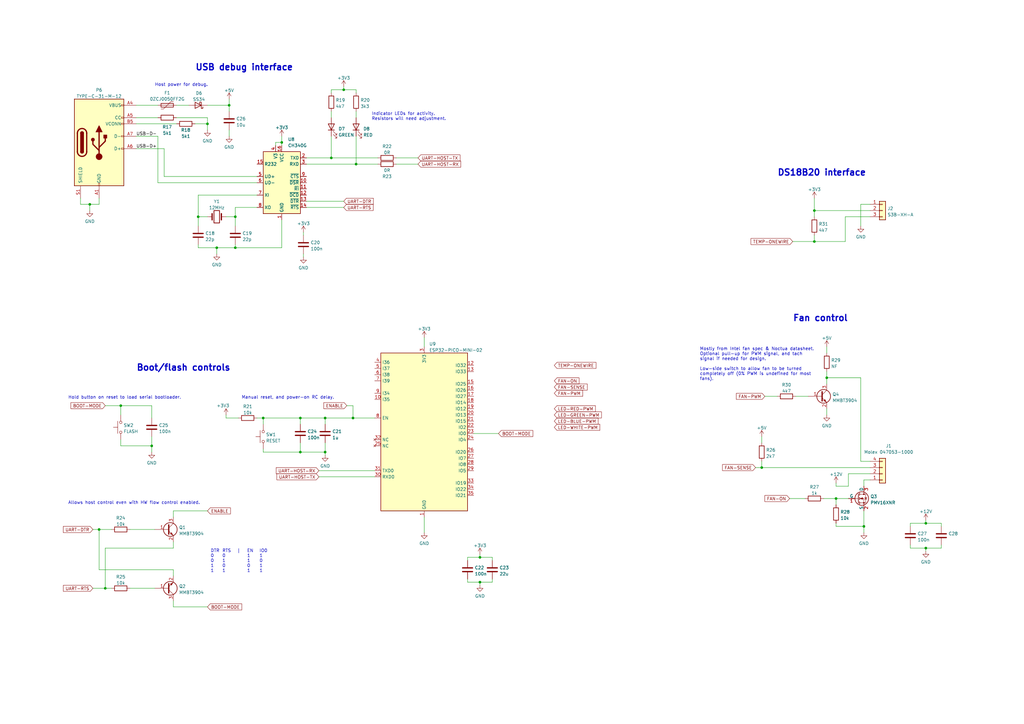
<source format=kicad_sch>
(kicad_sch (version 20211123) (generator eeschema)

  (uuid 5375cfb9-9da8-4502-a020-f753adb343c3)

  (paper "A3")

  (title_block
    (title "Sunrise Lamp LED driver")
    (date "2022-04-23")
    (rev "Mk1")
    (company "B E Searle")
  )

  (lib_symbols
    (symbol "Connector:USB_C_Plug_USB2.0" (pin_names (offset 1.016)) (in_bom yes) (on_board yes)
      (property "Reference" "P" (id 0) (at -10.16 19.05 0)
        (effects (font (size 1.27 1.27)) (justify left))
      )
      (property "Value" "USB_C_Plug_USB2.0" (id 1) (at 12.7 19.05 0)
        (effects (font (size 1.27 1.27)) (justify right))
      )
      (property "Footprint" "" (id 2) (at 3.81 0 0)
        (effects (font (size 1.27 1.27)) hide)
      )
      (property "Datasheet" "https://www.usb.org/sites/default/files/documents/usb_type-c.zip" (id 3) (at 3.81 0 0)
        (effects (font (size 1.27 1.27)) hide)
      )
      (property "ki_keywords" "usb universal serial bus type-C USB2.0" (id 4) (at 0 0 0)
        (effects (font (size 1.27 1.27)) hide)
      )
      (property "ki_description" "USB 2.0-only Type-C Plug connector" (id 5) (at 0 0 0)
        (effects (font (size 1.27 1.27)) hide)
      )
      (property "ki_fp_filters" "USB*C*Plug*" (id 6) (at 0 0 0)
        (effects (font (size 1.27 1.27)) hide)
      )
      (symbol "USB_C_Plug_USB2.0_0_0"
        (rectangle (start -0.254 -17.78) (end 0.254 -16.764)
          (stroke (width 0) (type default) (color 0 0 0 0))
          (fill (type none))
        )
        (rectangle (start 10.16 -2.286) (end 9.144 -2.794)
          (stroke (width 0) (type default) (color 0 0 0 0))
          (fill (type none))
        )
        (rectangle (start 10.16 2.794) (end 9.144 2.286)
          (stroke (width 0) (type default) (color 0 0 0 0))
          (fill (type none))
        )
        (rectangle (start 10.16 7.874) (end 9.144 7.366)
          (stroke (width 0) (type default) (color 0 0 0 0))
          (fill (type none))
        )
        (rectangle (start 10.16 10.414) (end 9.144 9.906)
          (stroke (width 0) (type default) (color 0 0 0 0))
          (fill (type none))
        )
        (rectangle (start 10.16 15.494) (end 9.144 14.986)
          (stroke (width 0) (type default) (color 0 0 0 0))
          (fill (type none))
        )
      )
      (symbol "USB_C_Plug_USB2.0_0_1"
        (rectangle (start -10.16 17.78) (end 10.16 -17.78)
          (stroke (width 0.254) (type default) (color 0 0 0 0))
          (fill (type background))
        )
        (arc (start -8.89 -3.81) (mid -6.985 -5.715) (end -5.08 -3.81)
          (stroke (width 0.508) (type default) (color 0 0 0 0))
          (fill (type none))
        )
        (arc (start -7.62 -3.81) (mid -6.985 -4.445) (end -6.35 -3.81)
          (stroke (width 0.254) (type default) (color 0 0 0 0))
          (fill (type none))
        )
        (arc (start -7.62 -3.81) (mid -6.985 -4.445) (end -6.35 -3.81)
          (stroke (width 0.254) (type default) (color 0 0 0 0))
          (fill (type outline))
        )
        (rectangle (start -7.62 -3.81) (end -6.35 3.81)
          (stroke (width 0.254) (type default) (color 0 0 0 0))
          (fill (type outline))
        )
        (arc (start -6.35 3.81) (mid -6.985 4.445) (end -7.62 3.81)
          (stroke (width 0.254) (type default) (color 0 0 0 0))
          (fill (type none))
        )
        (arc (start -6.35 3.81) (mid -6.985 4.445) (end -7.62 3.81)
          (stroke (width 0.254) (type default) (color 0 0 0 0))
          (fill (type outline))
        )
        (arc (start -5.08 3.81) (mid -6.985 5.715) (end -8.89 3.81)
          (stroke (width 0.508) (type default) (color 0 0 0 0))
          (fill (type none))
        )
        (circle (center -2.54 1.143) (radius 0.635)
          (stroke (width 0.254) (type default) (color 0 0 0 0))
          (fill (type outline))
        )
        (circle (center 0 -5.842) (radius 1.27)
          (stroke (width 0) (type default) (color 0 0 0 0))
          (fill (type outline))
        )
        (polyline
          (pts
            (xy -8.89 -3.81)
            (xy -8.89 3.81)
          )
          (stroke (width 0.508) (type default) (color 0 0 0 0))
          (fill (type none))
        )
        (polyline
          (pts
            (xy -5.08 3.81)
            (xy -5.08 -3.81)
          )
          (stroke (width 0.508) (type default) (color 0 0 0 0))
          (fill (type none))
        )
        (polyline
          (pts
            (xy 0 -5.842)
            (xy 0 4.318)
          )
          (stroke (width 0.508) (type default) (color 0 0 0 0))
          (fill (type none))
        )
        (polyline
          (pts
            (xy 0 -3.302)
            (xy -2.54 -0.762)
            (xy -2.54 0.508)
          )
          (stroke (width 0.508) (type default) (color 0 0 0 0))
          (fill (type none))
        )
        (polyline
          (pts
            (xy 0 -2.032)
            (xy 2.54 0.508)
            (xy 2.54 1.778)
          )
          (stroke (width 0.508) (type default) (color 0 0 0 0))
          (fill (type none))
        )
        (polyline
          (pts
            (xy -1.27 4.318)
            (xy 0 6.858)
            (xy 1.27 4.318)
            (xy -1.27 4.318)
          )
          (stroke (width 0.254) (type default) (color 0 0 0 0))
          (fill (type outline))
        )
        (rectangle (start 1.905 1.778) (end 3.175 3.048)
          (stroke (width 0.254) (type default) (color 0 0 0 0))
          (fill (type outline))
        )
      )
      (symbol "USB_C_Plug_USB2.0_1_1"
        (pin passive line (at 0 -22.86 90) (length 5.08)
          (name "GND" (effects (font (size 1.27 1.27))))
          (number "A1" (effects (font (size 1.27 1.27))))
        )
        (pin passive line (at 0 -22.86 90) (length 5.08) hide
          (name "GND" (effects (font (size 1.27 1.27))))
          (number "A12" (effects (font (size 1.27 1.27))))
        )
        (pin passive line (at 15.24 15.24 180) (length 5.08)
          (name "VBUS" (effects (font (size 1.27 1.27))))
          (number "A4" (effects (font (size 1.27 1.27))))
        )
        (pin bidirectional line (at 15.24 10.16 180) (length 5.08)
          (name "CC" (effects (font (size 1.27 1.27))))
          (number "A5" (effects (font (size 1.27 1.27))))
        )
        (pin bidirectional line (at 15.24 -2.54 180) (length 5.08)
          (name "D+" (effects (font (size 1.27 1.27))))
          (number "A6" (effects (font (size 1.27 1.27))))
        )
        (pin bidirectional line (at 15.24 2.54 180) (length 5.08)
          (name "D-" (effects (font (size 1.27 1.27))))
          (number "A7" (effects (font (size 1.27 1.27))))
        )
        (pin passive line (at 15.24 15.24 180) (length 5.08) hide
          (name "VBUS" (effects (font (size 1.27 1.27))))
          (number "A9" (effects (font (size 1.27 1.27))))
        )
        (pin passive line (at 0 -22.86 90) (length 5.08) hide
          (name "GND" (effects (font (size 1.27 1.27))))
          (number "B1" (effects (font (size 1.27 1.27))))
        )
        (pin passive line (at 0 -22.86 90) (length 5.08) hide
          (name "GND" (effects (font (size 1.27 1.27))))
          (number "B12" (effects (font (size 1.27 1.27))))
        )
        (pin passive line (at 15.24 15.24 180) (length 5.08) hide
          (name "VBUS" (effects (font (size 1.27 1.27))))
          (number "B4" (effects (font (size 1.27 1.27))))
        )
        (pin bidirectional line (at 15.24 7.62 180) (length 5.08)
          (name "VCONN" (effects (font (size 1.27 1.27))))
          (number "B5" (effects (font (size 1.27 1.27))))
        )
        (pin passive line (at 15.24 15.24 180) (length 5.08) hide
          (name "VBUS" (effects (font (size 1.27 1.27))))
          (number "B9" (effects (font (size 1.27 1.27))))
        )
        (pin passive line (at -7.62 -22.86 90) (length 5.08)
          (name "SHIELD" (effects (font (size 1.27 1.27))))
          (number "S1" (effects (font (size 1.27 1.27))))
        )
      )
    )
    (symbol "Connector_Generic:Conn_01x03" (pin_names (offset 1.016) hide) (in_bom yes) (on_board yes)
      (property "Reference" "J" (id 0) (at 0 5.08 0)
        (effects (font (size 1.27 1.27)))
      )
      (property "Value" "Conn_01x03" (id 1) (at 0 -5.08 0)
        (effects (font (size 1.27 1.27)))
      )
      (property "Footprint" "" (id 2) (at 0 0 0)
        (effects (font (size 1.27 1.27)) hide)
      )
      (property "Datasheet" "~" (id 3) (at 0 0 0)
        (effects (font (size 1.27 1.27)) hide)
      )
      (property "ki_keywords" "connector" (id 4) (at 0 0 0)
        (effects (font (size 1.27 1.27)) hide)
      )
      (property "ki_description" "Generic connector, single row, 01x03, script generated (kicad-library-utils/schlib/autogen/connector/)" (id 5) (at 0 0 0)
        (effects (font (size 1.27 1.27)) hide)
      )
      (property "ki_fp_filters" "Connector*:*_1x??_*" (id 6) (at 0 0 0)
        (effects (font (size 1.27 1.27)) hide)
      )
      (symbol "Conn_01x03_1_1"
        (rectangle (start -1.27 -2.413) (end 0 -2.667)
          (stroke (width 0.1524) (type default) (color 0 0 0 0))
          (fill (type none))
        )
        (rectangle (start -1.27 0.127) (end 0 -0.127)
          (stroke (width 0.1524) (type default) (color 0 0 0 0))
          (fill (type none))
        )
        (rectangle (start -1.27 2.667) (end 0 2.413)
          (stroke (width 0.1524) (type default) (color 0 0 0 0))
          (fill (type none))
        )
        (rectangle (start -1.27 3.81) (end 1.27 -3.81)
          (stroke (width 0.254) (type default) (color 0 0 0 0))
          (fill (type background))
        )
        (pin passive line (at -5.08 2.54 0) (length 3.81)
          (name "Pin_1" (effects (font (size 1.27 1.27))))
          (number "1" (effects (font (size 1.27 1.27))))
        )
        (pin passive line (at -5.08 0 0) (length 3.81)
          (name "Pin_2" (effects (font (size 1.27 1.27))))
          (number "2" (effects (font (size 1.27 1.27))))
        )
        (pin passive line (at -5.08 -2.54 0) (length 3.81)
          (name "Pin_3" (effects (font (size 1.27 1.27))))
          (number "3" (effects (font (size 1.27 1.27))))
        )
      )
    )
    (symbol "Connector_Generic:Conn_01x04" (pin_names (offset 1.016) hide) (in_bom yes) (on_board yes)
      (property "Reference" "J" (id 0) (at 0 5.08 0)
        (effects (font (size 1.27 1.27)))
      )
      (property "Value" "Conn_01x04" (id 1) (at 0 -7.62 0)
        (effects (font (size 1.27 1.27)))
      )
      (property "Footprint" "" (id 2) (at 0 0 0)
        (effects (font (size 1.27 1.27)) hide)
      )
      (property "Datasheet" "~" (id 3) (at 0 0 0)
        (effects (font (size 1.27 1.27)) hide)
      )
      (property "ki_keywords" "connector" (id 4) (at 0 0 0)
        (effects (font (size 1.27 1.27)) hide)
      )
      (property "ki_description" "Generic connector, single row, 01x04, script generated (kicad-library-utils/schlib/autogen/connector/)" (id 5) (at 0 0 0)
        (effects (font (size 1.27 1.27)) hide)
      )
      (property "ki_fp_filters" "Connector*:*_1x??_*" (id 6) (at 0 0 0)
        (effects (font (size 1.27 1.27)) hide)
      )
      (symbol "Conn_01x04_1_1"
        (rectangle (start -1.27 -4.953) (end 0 -5.207)
          (stroke (width 0.1524) (type default) (color 0 0 0 0))
          (fill (type none))
        )
        (rectangle (start -1.27 -2.413) (end 0 -2.667)
          (stroke (width 0.1524) (type default) (color 0 0 0 0))
          (fill (type none))
        )
        (rectangle (start -1.27 0.127) (end 0 -0.127)
          (stroke (width 0.1524) (type default) (color 0 0 0 0))
          (fill (type none))
        )
        (rectangle (start -1.27 2.667) (end 0 2.413)
          (stroke (width 0.1524) (type default) (color 0 0 0 0))
          (fill (type none))
        )
        (rectangle (start -1.27 3.81) (end 1.27 -6.35)
          (stroke (width 0.254) (type default) (color 0 0 0 0))
          (fill (type background))
        )
        (pin passive line (at -5.08 2.54 0) (length 3.81)
          (name "Pin_1" (effects (font (size 1.27 1.27))))
          (number "1" (effects (font (size 1.27 1.27))))
        )
        (pin passive line (at -5.08 0 0) (length 3.81)
          (name "Pin_2" (effects (font (size 1.27 1.27))))
          (number "2" (effects (font (size 1.27 1.27))))
        )
        (pin passive line (at -5.08 -2.54 0) (length 3.81)
          (name "Pin_3" (effects (font (size 1.27 1.27))))
          (number "3" (effects (font (size 1.27 1.27))))
        )
        (pin passive line (at -5.08 -5.08 0) (length 3.81)
          (name "Pin_4" (effects (font (size 1.27 1.27))))
          (number "4" (effects (font (size 1.27 1.27))))
        )
      )
    )
    (symbol "Device:C" (pin_numbers hide) (pin_names (offset 0.254)) (in_bom yes) (on_board yes)
      (property "Reference" "C" (id 0) (at 0.635 2.54 0)
        (effects (font (size 1.27 1.27)) (justify left))
      )
      (property "Value" "C" (id 1) (at 0.635 -2.54 0)
        (effects (font (size 1.27 1.27)) (justify left))
      )
      (property "Footprint" "" (id 2) (at 0.9652 -3.81 0)
        (effects (font (size 1.27 1.27)) hide)
      )
      (property "Datasheet" "~" (id 3) (at 0 0 0)
        (effects (font (size 1.27 1.27)) hide)
      )
      (property "ki_keywords" "cap capacitor" (id 4) (at 0 0 0)
        (effects (font (size 1.27 1.27)) hide)
      )
      (property "ki_description" "Unpolarized capacitor" (id 5) (at 0 0 0)
        (effects (font (size 1.27 1.27)) hide)
      )
      (property "ki_fp_filters" "C_*" (id 6) (at 0 0 0)
        (effects (font (size 1.27 1.27)) hide)
      )
      (symbol "C_0_1"
        (polyline
          (pts
            (xy -2.032 -0.762)
            (xy 2.032 -0.762)
          )
          (stroke (width 0.508) (type default) (color 0 0 0 0))
          (fill (type none))
        )
        (polyline
          (pts
            (xy -2.032 0.762)
            (xy 2.032 0.762)
          )
          (stroke (width 0.508) (type default) (color 0 0 0 0))
          (fill (type none))
        )
      )
      (symbol "C_1_1"
        (pin passive line (at 0 3.81 270) (length 2.794)
          (name "~" (effects (font (size 1.27 1.27))))
          (number "1" (effects (font (size 1.27 1.27))))
        )
        (pin passive line (at 0 -3.81 90) (length 2.794)
          (name "~" (effects (font (size 1.27 1.27))))
          (number "2" (effects (font (size 1.27 1.27))))
        )
      )
    )
    (symbol "Device:Crystal" (pin_numbers hide) (pin_names (offset 1.016) hide) (in_bom yes) (on_board yes)
      (property "Reference" "Y" (id 0) (at 0 3.81 0)
        (effects (font (size 1.27 1.27)))
      )
      (property "Value" "Crystal" (id 1) (at 0 -3.81 0)
        (effects (font (size 1.27 1.27)))
      )
      (property "Footprint" "" (id 2) (at 0 0 0)
        (effects (font (size 1.27 1.27)) hide)
      )
      (property "Datasheet" "~" (id 3) (at 0 0 0)
        (effects (font (size 1.27 1.27)) hide)
      )
      (property "ki_keywords" "quartz ceramic resonator oscillator" (id 4) (at 0 0 0)
        (effects (font (size 1.27 1.27)) hide)
      )
      (property "ki_description" "Two pin crystal" (id 5) (at 0 0 0)
        (effects (font (size 1.27 1.27)) hide)
      )
      (property "ki_fp_filters" "Crystal*" (id 6) (at 0 0 0)
        (effects (font (size 1.27 1.27)) hide)
      )
      (symbol "Crystal_0_1"
        (rectangle (start -1.143 2.54) (end 1.143 -2.54)
          (stroke (width 0.3048) (type default) (color 0 0 0 0))
          (fill (type none))
        )
        (polyline
          (pts
            (xy -2.54 0)
            (xy -1.905 0)
          )
          (stroke (width 0) (type default) (color 0 0 0 0))
          (fill (type none))
        )
        (polyline
          (pts
            (xy -1.905 -1.27)
            (xy -1.905 1.27)
          )
          (stroke (width 0.508) (type default) (color 0 0 0 0))
          (fill (type none))
        )
        (polyline
          (pts
            (xy 1.905 -1.27)
            (xy 1.905 1.27)
          )
          (stroke (width 0.508) (type default) (color 0 0 0 0))
          (fill (type none))
        )
        (polyline
          (pts
            (xy 2.54 0)
            (xy 1.905 0)
          )
          (stroke (width 0) (type default) (color 0 0 0 0))
          (fill (type none))
        )
      )
      (symbol "Crystal_1_1"
        (pin passive line (at -3.81 0 0) (length 1.27)
          (name "1" (effects (font (size 1.27 1.27))))
          (number "1" (effects (font (size 1.27 1.27))))
        )
        (pin passive line (at 3.81 0 180) (length 1.27)
          (name "2" (effects (font (size 1.27 1.27))))
          (number "2" (effects (font (size 1.27 1.27))))
        )
      )
    )
    (symbol "Device:D_Schottky" (pin_numbers hide) (pin_names (offset 1.016) hide) (in_bom yes) (on_board yes)
      (property "Reference" "D" (id 0) (at 0 2.54 0)
        (effects (font (size 1.27 1.27)))
      )
      (property "Value" "D_Schottky" (id 1) (at 0 -2.54 0)
        (effects (font (size 1.27 1.27)))
      )
      (property "Footprint" "" (id 2) (at 0 0 0)
        (effects (font (size 1.27 1.27)) hide)
      )
      (property "Datasheet" "~" (id 3) (at 0 0 0)
        (effects (font (size 1.27 1.27)) hide)
      )
      (property "ki_keywords" "diode Schottky" (id 4) (at 0 0 0)
        (effects (font (size 1.27 1.27)) hide)
      )
      (property "ki_description" "Schottky diode" (id 5) (at 0 0 0)
        (effects (font (size 1.27 1.27)) hide)
      )
      (property "ki_fp_filters" "TO-???* *_Diode_* *SingleDiode* D_*" (id 6) (at 0 0 0)
        (effects (font (size 1.27 1.27)) hide)
      )
      (symbol "D_Schottky_0_1"
        (polyline
          (pts
            (xy 1.27 0)
            (xy -1.27 0)
          )
          (stroke (width 0) (type default) (color 0 0 0 0))
          (fill (type none))
        )
        (polyline
          (pts
            (xy 1.27 1.27)
            (xy 1.27 -1.27)
            (xy -1.27 0)
            (xy 1.27 1.27)
          )
          (stroke (width 0.254) (type default) (color 0 0 0 0))
          (fill (type none))
        )
        (polyline
          (pts
            (xy -1.905 0.635)
            (xy -1.905 1.27)
            (xy -1.27 1.27)
            (xy -1.27 -1.27)
            (xy -0.635 -1.27)
            (xy -0.635 -0.635)
          )
          (stroke (width 0.254) (type default) (color 0 0 0 0))
          (fill (type none))
        )
      )
      (symbol "D_Schottky_1_1"
        (pin passive line (at -3.81 0 0) (length 2.54)
          (name "K" (effects (font (size 1.27 1.27))))
          (number "1" (effects (font (size 1.27 1.27))))
        )
        (pin passive line (at 3.81 0 180) (length 2.54)
          (name "A" (effects (font (size 1.27 1.27))))
          (number "2" (effects (font (size 1.27 1.27))))
        )
      )
    )
    (symbol "Device:LED" (pin_numbers hide) (pin_names (offset 1.016) hide) (in_bom yes) (on_board yes)
      (property "Reference" "D" (id 0) (at 0 2.54 0)
        (effects (font (size 1.27 1.27)))
      )
      (property "Value" "LED" (id 1) (at 0 -2.54 0)
        (effects (font (size 1.27 1.27)))
      )
      (property "Footprint" "" (id 2) (at 0 0 0)
        (effects (font (size 1.27 1.27)) hide)
      )
      (property "Datasheet" "~" (id 3) (at 0 0 0)
        (effects (font (size 1.27 1.27)) hide)
      )
      (property "ki_keywords" "LED diode" (id 4) (at 0 0 0)
        (effects (font (size 1.27 1.27)) hide)
      )
      (property "ki_description" "Light emitting diode" (id 5) (at 0 0 0)
        (effects (font (size 1.27 1.27)) hide)
      )
      (property "ki_fp_filters" "LED* LED_SMD:* LED_THT:*" (id 6) (at 0 0 0)
        (effects (font (size 1.27 1.27)) hide)
      )
      (symbol "LED_0_1"
        (polyline
          (pts
            (xy -1.27 -1.27)
            (xy -1.27 1.27)
          )
          (stroke (width 0.254) (type default) (color 0 0 0 0))
          (fill (type none))
        )
        (polyline
          (pts
            (xy -1.27 0)
            (xy 1.27 0)
          )
          (stroke (width 0) (type default) (color 0 0 0 0))
          (fill (type none))
        )
        (polyline
          (pts
            (xy 1.27 -1.27)
            (xy 1.27 1.27)
            (xy -1.27 0)
            (xy 1.27 -1.27)
          )
          (stroke (width 0.254) (type default) (color 0 0 0 0))
          (fill (type none))
        )
        (polyline
          (pts
            (xy -3.048 -0.762)
            (xy -4.572 -2.286)
            (xy -3.81 -2.286)
            (xy -4.572 -2.286)
            (xy -4.572 -1.524)
          )
          (stroke (width 0) (type default) (color 0 0 0 0))
          (fill (type none))
        )
        (polyline
          (pts
            (xy -1.778 -0.762)
            (xy -3.302 -2.286)
            (xy -2.54 -2.286)
            (xy -3.302 -2.286)
            (xy -3.302 -1.524)
          )
          (stroke (width 0) (type default) (color 0 0 0 0))
          (fill (type none))
        )
      )
      (symbol "LED_1_1"
        (pin passive line (at -3.81 0 0) (length 2.54)
          (name "K" (effects (font (size 1.27 1.27))))
          (number "1" (effects (font (size 1.27 1.27))))
        )
        (pin passive line (at 3.81 0 180) (length 2.54)
          (name "A" (effects (font (size 1.27 1.27))))
          (number "2" (effects (font (size 1.27 1.27))))
        )
      )
    )
    (symbol "Device:Polyfuse" (pin_numbers hide) (pin_names (offset 0)) (in_bom yes) (on_board yes)
      (property "Reference" "F" (id 0) (at -2.54 0 90)
        (effects (font (size 1.27 1.27)))
      )
      (property "Value" "Polyfuse" (id 1) (at 2.54 0 90)
        (effects (font (size 1.27 1.27)))
      )
      (property "Footprint" "" (id 2) (at 1.27 -5.08 0)
        (effects (font (size 1.27 1.27)) (justify left) hide)
      )
      (property "Datasheet" "~" (id 3) (at 0 0 0)
        (effects (font (size 1.27 1.27)) hide)
      )
      (property "ki_keywords" "resettable fuse PTC PPTC polyfuse polyswitch" (id 4) (at 0 0 0)
        (effects (font (size 1.27 1.27)) hide)
      )
      (property "ki_description" "Resettable fuse, polymeric positive temperature coefficient" (id 5) (at 0 0 0)
        (effects (font (size 1.27 1.27)) hide)
      )
      (property "ki_fp_filters" "*polyfuse* *PTC*" (id 6) (at 0 0 0)
        (effects (font (size 1.27 1.27)) hide)
      )
      (symbol "Polyfuse_0_1"
        (rectangle (start -0.762 2.54) (end 0.762 -2.54)
          (stroke (width 0.254) (type default) (color 0 0 0 0))
          (fill (type none))
        )
        (polyline
          (pts
            (xy 0 2.54)
            (xy 0 -2.54)
          )
          (stroke (width 0) (type default) (color 0 0 0 0))
          (fill (type none))
        )
        (polyline
          (pts
            (xy -1.524 2.54)
            (xy -1.524 1.524)
            (xy 1.524 -1.524)
            (xy 1.524 -2.54)
          )
          (stroke (width 0) (type default) (color 0 0 0 0))
          (fill (type none))
        )
      )
      (symbol "Polyfuse_1_1"
        (pin passive line (at 0 3.81 270) (length 1.27)
          (name "~" (effects (font (size 1.27 1.27))))
          (number "1" (effects (font (size 1.27 1.27))))
        )
        (pin passive line (at 0 -3.81 90) (length 1.27)
          (name "~" (effects (font (size 1.27 1.27))))
          (number "2" (effects (font (size 1.27 1.27))))
        )
      )
    )
    (symbol "Device:R" (pin_numbers hide) (pin_names (offset 0)) (in_bom yes) (on_board yes)
      (property "Reference" "R" (id 0) (at 2.032 0 90)
        (effects (font (size 1.27 1.27)))
      )
      (property "Value" "R" (id 1) (at 0 0 90)
        (effects (font (size 1.27 1.27)))
      )
      (property "Footprint" "" (id 2) (at -1.778 0 90)
        (effects (font (size 1.27 1.27)) hide)
      )
      (property "Datasheet" "~" (id 3) (at 0 0 0)
        (effects (font (size 1.27 1.27)) hide)
      )
      (property "ki_keywords" "R res resistor" (id 4) (at 0 0 0)
        (effects (font (size 1.27 1.27)) hide)
      )
      (property "ki_description" "Resistor" (id 5) (at 0 0 0)
        (effects (font (size 1.27 1.27)) hide)
      )
      (property "ki_fp_filters" "R_*" (id 6) (at 0 0 0)
        (effects (font (size 1.27 1.27)) hide)
      )
      (symbol "R_0_1"
        (rectangle (start -1.016 -2.54) (end 1.016 2.54)
          (stroke (width 0.254) (type default) (color 0 0 0 0))
          (fill (type none))
        )
      )
      (symbol "R_1_1"
        (pin passive line (at 0 3.81 270) (length 1.27)
          (name "~" (effects (font (size 1.27 1.27))))
          (number "1" (effects (font (size 1.27 1.27))))
        )
        (pin passive line (at 0 -3.81 90) (length 1.27)
          (name "~" (effects (font (size 1.27 1.27))))
          (number "2" (effects (font (size 1.27 1.27))))
        )
      )
    )
    (symbol "Interface_USB:CH340G" (in_bom yes) (on_board yes)
      (property "Reference" "U" (id 0) (at -5.08 13.97 0)
        (effects (font (size 1.27 1.27)) (justify right))
      )
      (property "Value" "CH340G" (id 1) (at 1.27 13.97 0)
        (effects (font (size 1.27 1.27)) (justify left))
      )
      (property "Footprint" "Package_SO:SOIC-16_3.9x9.9mm_P1.27mm" (id 2) (at 1.27 -13.97 0)
        (effects (font (size 1.27 1.27)) (justify left) hide)
      )
      (property "Datasheet" "http://www.datasheet5.com/pdf-local-2195953" (id 3) (at -8.89 20.32 0)
        (effects (font (size 1.27 1.27)) hide)
      )
      (property "ki_keywords" "USB UART Serial Converter Interface" (id 4) (at 0 0 0)
        (effects (font (size 1.27 1.27)) hide)
      )
      (property "ki_description" "USB serial converter, UART, SOIC-16" (id 5) (at 0 0 0)
        (effects (font (size 1.27 1.27)) hide)
      )
      (property "ki_fp_filters" "SOIC*3.9x9.9mm*P1.27mm*" (id 6) (at 0 0 0)
        (effects (font (size 1.27 1.27)) hide)
      )
      (symbol "CH340G_0_1"
        (rectangle (start -7.62 12.7) (end 7.62 -12.7)
          (stroke (width 0.254) (type default) (color 0 0 0 0))
          (fill (type background))
        )
      )
      (symbol "CH340G_1_1"
        (pin power_in line (at 0 -15.24 90) (length 2.54)
          (name "GND" (effects (font (size 1.27 1.27))))
          (number "1" (effects (font (size 1.27 1.27))))
        )
        (pin input line (at 10.16 0 180) (length 2.54)
          (name "~{DSR}" (effects (font (size 1.27 1.27))))
          (number "10" (effects (font (size 1.27 1.27))))
        )
        (pin input line (at 10.16 -2.54 180) (length 2.54)
          (name "~{RI}" (effects (font (size 1.27 1.27))))
          (number "11" (effects (font (size 1.27 1.27))))
        )
        (pin input line (at 10.16 -5.08 180) (length 2.54)
          (name "~{DCD}" (effects (font (size 1.27 1.27))))
          (number "12" (effects (font (size 1.27 1.27))))
        )
        (pin output line (at 10.16 -7.62 180) (length 2.54)
          (name "~{DTR}" (effects (font (size 1.27 1.27))))
          (number "13" (effects (font (size 1.27 1.27))))
        )
        (pin output line (at 10.16 -10.16 180) (length 2.54)
          (name "~{RTS}" (effects (font (size 1.27 1.27))))
          (number "14" (effects (font (size 1.27 1.27))))
        )
        (pin input line (at -10.16 7.62 0) (length 2.54)
          (name "R232" (effects (font (size 1.27 1.27))))
          (number "15" (effects (font (size 1.27 1.27))))
        )
        (pin power_in line (at 0 15.24 270) (length 2.54)
          (name "VCC" (effects (font (size 1.27 1.27))))
          (number "16" (effects (font (size 1.27 1.27))))
        )
        (pin output line (at 10.16 10.16 180) (length 2.54)
          (name "TXD" (effects (font (size 1.27 1.27))))
          (number "2" (effects (font (size 1.27 1.27))))
        )
        (pin input line (at 10.16 7.62 180) (length 2.54)
          (name "RXD" (effects (font (size 1.27 1.27))))
          (number "3" (effects (font (size 1.27 1.27))))
        )
        (pin passive line (at -2.54 15.24 270) (length 2.54)
          (name "V3" (effects (font (size 1.27 1.27))))
          (number "4" (effects (font (size 1.27 1.27))))
        )
        (pin bidirectional line (at -10.16 2.54 0) (length 2.54)
          (name "UD+" (effects (font (size 1.27 1.27))))
          (number "5" (effects (font (size 1.27 1.27))))
        )
        (pin bidirectional line (at -10.16 0 0) (length 2.54)
          (name "UD-" (effects (font (size 1.27 1.27))))
          (number "6" (effects (font (size 1.27 1.27))))
        )
        (pin input line (at -10.16 -5.08 0) (length 2.54)
          (name "XI" (effects (font (size 1.27 1.27))))
          (number "7" (effects (font (size 1.27 1.27))))
        )
        (pin output line (at -10.16 -10.16 0) (length 2.54)
          (name "XO" (effects (font (size 1.27 1.27))))
          (number "8" (effects (font (size 1.27 1.27))))
        )
        (pin input line (at 10.16 2.54 180) (length 2.54)
          (name "~{CTS}" (effects (font (size 1.27 1.27))))
          (number "9" (effects (font (size 1.27 1.27))))
        )
      )
    )
    (symbol "PersonalDiscretes:ESP32-PICO-MINI-02" (in_bom yes) (on_board yes)
      (property "Reference" "U" (id 0) (at -17.78 33.02 0)
        (effects (font (size 1.27 1.27)) (justify left))
      )
      (property "Value" "ESP32-PICO-MINI-02" (id 1) (at 3.81 33.02 0)
        (effects (font (size 1.27 1.27)) (justify left))
      )
      (property "Footprint" "Package_DFN_QFN:QFN-48-1EP_7x7mm_P0.5mm_EP5.3x5.3mm" (id 2) (at 0 -49.53 0)
        (effects (font (size 1.27 1.27)) hide)
      )
      (property "Datasheet" "https://www.espressif.com/sites/default/files/documentation/esp32-pico-https://www.espressif.com/sites/default/files/documentation/esp32-pico-mini-02_datasheet_en.pdf" (id 3) (at 7.62 36.83 0)
        (effects (font (size 1.27 1.27)) hide)
      )
      (property "ki_keywords" "RF Radio BT ESP ESP32 Espressif" (id 4) (at 0 0 0)
        (effects (font (size 1.27 1.27)) hide)
      )
      (property "ki_description" "RF Module, ESP32 SoC, Wi-Fi 802.11b/g/n, Bluetooth, BLE, 32-bit, 2.7-3.6V" (id 5) (at 0 0 0)
        (effects (font (size 1.27 1.27)) hide)
      )
      (property "ki_fp_filters" "QFN*1EP*7x7mm*P0.5mm*" (id 6) (at 0 0 0)
        (effects (font (size 1.27 1.27)) hide)
      )
      (symbol "ESP32-PICO-MINI-02_0_0"
        (pin power_in line (at 0 -35.56 90) (length 2.54)
          (name "GND" (effects (font (size 1.27 1.27))))
          (number "1" (effects (font (size 1.27 1.27))))
        )
        (pin input line (at -20.32 12.7 0) (length 2.54)
          (name "I35" (effects (font (size 1.27 1.27))))
          (number "10" (effects (font (size 1.27 1.27))))
        )
        (pin power_in line (at 0 -35.56 90) (length 2.54) hide
          (name "GND" (effects (font (size 1.27 1.27))))
          (number "11" (effects (font (size 1.27 1.27))))
        )
        (pin bidirectional line (at 20.32 26.67 180) (length 2.54)
          (name "IO32" (effects (font (size 1.27 1.27))))
          (number "12" (effects (font (size 1.27 1.27))))
        )
        (pin bidirectional line (at 20.32 24.13 180) (length 2.54)
          (name "IO33" (effects (font (size 1.27 1.27))))
          (number "13" (effects (font (size 1.27 1.27))))
        )
        (pin power_in line (at 0 -35.56 90) (length 2.54) hide
          (name "GND" (effects (font (size 1.27 1.27))))
          (number "14" (effects (font (size 1.27 1.27))))
        )
        (pin bidirectional line (at 20.32 19.05 180) (length 2.54)
          (name "IO25" (effects (font (size 1.27 1.27))))
          (number "15" (effects (font (size 1.27 1.27))))
        )
        (pin bidirectional line (at 20.32 16.51 180) (length 2.54)
          (name "IO26" (effects (font (size 1.27 1.27))))
          (number "16" (effects (font (size 1.27 1.27))))
        )
        (pin bidirectional line (at 20.32 13.97 180) (length 2.54)
          (name "IO27" (effects (font (size 1.27 1.27))))
          (number "17" (effects (font (size 1.27 1.27))))
        )
        (pin bidirectional line (at 20.32 11.43 180) (length 2.54)
          (name "IO14" (effects (font (size 1.27 1.27))))
          (number "18" (effects (font (size 1.27 1.27))))
        )
        (pin bidirectional line (at 20.32 8.89 180) (length 2.54)
          (name "IO12" (effects (font (size 1.27 1.27))))
          (number "19" (effects (font (size 1.27 1.27))))
        )
        (pin power_in line (at 0 -35.56 90) (length 2.54) hide
          (name "GND" (effects (font (size 1.27 1.27))))
          (number "2" (effects (font (size 1.27 1.27))))
        )
        (pin bidirectional line (at 20.32 6.35 180) (length 2.54)
          (name "IO13" (effects (font (size 1.27 1.27))))
          (number "20" (effects (font (size 1.27 1.27))))
        )
        (pin bidirectional line (at 20.32 3.81 180) (length 2.54)
          (name "IO15" (effects (font (size 1.27 1.27))))
          (number "21" (effects (font (size 1.27 1.27))))
        )
        (pin bidirectional line (at 20.32 1.27 180) (length 2.54)
          (name "IO2" (effects (font (size 1.27 1.27))))
          (number "22" (effects (font (size 1.27 1.27))))
        )
        (pin bidirectional line (at 20.32 -1.27 180) (length 2.54)
          (name "IO0" (effects (font (size 1.27 1.27))))
          (number "23" (effects (font (size 1.27 1.27))))
        )
        (pin bidirectional line (at 20.32 -3.81 180) (length 2.54)
          (name "IO4" (effects (font (size 1.27 1.27))))
          (number "24" (effects (font (size 1.27 1.27))))
        )
        (pin no_connect line (at -20.32 -6.35 0) (length 2.54)
          (name "NC" (effects (font (size 1.27 1.27))))
          (number "25" (effects (font (size 1.27 1.27))))
        )
        (pin bidirectional line (at 20.32 -8.89 180) (length 2.54)
          (name "IO20" (effects (font (size 1.27 1.27))))
          (number "26" (effects (font (size 1.27 1.27))))
        )
        (pin bidirectional line (at 20.32 -11.43 180) (length 2.54)
          (name "IO7" (effects (font (size 1.27 1.27))))
          (number "27" (effects (font (size 1.27 1.27))))
        )
        (pin bidirectional line (at 20.32 -13.97 180) (length 2.54)
          (name "IO8" (effects (font (size 1.27 1.27))))
          (number "28" (effects (font (size 1.27 1.27))))
        )
        (pin bidirectional line (at 20.32 -16.51 180) (length 2.54)
          (name "IO5" (effects (font (size 1.27 1.27))))
          (number "29" (effects (font (size 1.27 1.27))))
        )
        (pin power_in line (at 0 34.29 270) (length 2.54)
          (name "3V3" (effects (font (size 1.27 1.27))))
          (number "3" (effects (font (size 1.27 1.27))))
        )
        (pin bidirectional line (at -20.32 -19.05 0) (length 2.54)
          (name "RXD0" (effects (font (size 1.27 1.27))))
          (number "30" (effects (font (size 1.27 1.27))))
        )
        (pin bidirectional line (at -20.32 -16.51 0) (length 2.54)
          (name "TXD0" (effects (font (size 1.27 1.27))))
          (number "31" (effects (font (size 1.27 1.27))))
        )
        (pin no_connect line (at -20.32 -3.81 0) (length 2.54)
          (name "NC" (effects (font (size 1.27 1.27))))
          (number "32" (effects (font (size 1.27 1.27))))
        )
        (pin bidirectional line (at 20.32 -21.59 180) (length 2.54)
          (name "IO19" (effects (font (size 1.27 1.27))))
          (number "33" (effects (font (size 1.27 1.27))))
        )
        (pin bidirectional line (at 20.32 -24.13 180) (length 2.54)
          (name "IO22" (effects (font (size 1.27 1.27))))
          (number "34" (effects (font (size 1.27 1.27))))
        )
        (pin bidirectional line (at 20.32 -26.67 180) (length 2.54)
          (name "IO21" (effects (font (size 1.27 1.27))))
          (number "35" (effects (font (size 1.27 1.27))))
        )
        (pin power_in line (at 0 -35.56 90) (length 2.54) hide
          (name "GND" (effects (font (size 1.27 1.27))))
          (number "36" (effects (font (size 1.27 1.27))))
        )
        (pin power_in line (at 0 -35.56 90) (length 2.54) hide
          (name "GND" (effects (font (size 1.27 1.27))))
          (number "37" (effects (font (size 1.27 1.27))))
        )
        (pin power_in line (at 0 -35.56 90) (length 2.54) hide
          (name "GND" (effects (font (size 1.27 1.27))))
          (number "38" (effects (font (size 1.27 1.27))))
        )
        (pin power_in line (at 0 -35.56 90) (length 2.54) hide
          (name "GND" (effects (font (size 1.27 1.27))))
          (number "39" (effects (font (size 1.27 1.27))))
        )
        (pin input line (at -20.32 27.94 0) (length 2.54)
          (name "I36" (effects (font (size 1.27 1.27))))
          (number "4" (effects (font (size 1.27 1.27))))
        )
        (pin power_in line (at 0 -35.56 90) (length 2.54) hide
          (name "GND" (effects (font (size 1.27 1.27))))
          (number "40" (effects (font (size 1.27 1.27))))
        )
        (pin power_in line (at 0 -35.56 90) (length 2.54) hide
          (name "GND" (effects (font (size 1.27 1.27))))
          (number "41" (effects (font (size 1.27 1.27))))
        )
        (pin power_in line (at 0 -35.56 90) (length 2.54) hide
          (name "GND" (effects (font (size 1.27 1.27))))
          (number "42" (effects (font (size 1.27 1.27))))
        )
        (pin power_in line (at 0 -35.56 90) (length 2.54) hide
          (name "GND" (effects (font (size 1.27 1.27))))
          (number "43" (effects (font (size 1.27 1.27))))
        )
        (pin power_in line (at 0 -35.56 90) (length 2.54) hide
          (name "GND" (effects (font (size 1.27 1.27))))
          (number "44" (effects (font (size 1.27 1.27))))
        )
        (pin power_in line (at 0 -35.56 90) (length 2.54) hide
          (name "GND" (effects (font (size 1.27 1.27))))
          (number "45" (effects (font (size 1.27 1.27))))
        )
        (pin power_in line (at 0 -35.56 90) (length 2.54) hide
          (name "GND" (effects (font (size 1.27 1.27))))
          (number "46" (effects (font (size 1.27 1.27))))
        )
        (pin power_in line (at 0 -35.56 90) (length 2.54) hide
          (name "GND" (effects (font (size 1.27 1.27))))
          (number "47" (effects (font (size 1.27 1.27))))
        )
        (pin power_in line (at 0 -35.56 90) (length 2.54) hide
          (name "GND" (effects (font (size 1.27 1.27))))
          (number "48" (effects (font (size 1.27 1.27))))
        )
        (pin power_in line (at 0 -35.56 90) (length 2.54) hide
          (name "GND" (effects (font (size 1.27 1.27))))
          (number "49" (effects (font (size 1.27 1.27))))
        )
        (pin input line (at -20.32 25.4 0) (length 2.54)
          (name "I37" (effects (font (size 1.27 1.27))))
          (number "5" (effects (font (size 1.27 1.27))))
        )
        (pin power_in line (at 0 -35.56 90) (length 2.54) hide
          (name "GND" (effects (font (size 1.27 1.27))))
          (number "50" (effects (font (size 1.27 1.27))))
        )
        (pin power_in line (at 0 -35.56 90) (length 2.54) hide
          (name "GND" (effects (font (size 1.27 1.27))))
          (number "51" (effects (font (size 1.27 1.27))))
        )
        (pin power_in line (at 0 -35.56 90) (length 2.54) hide
          (name "GND" (effects (font (size 1.27 1.27))))
          (number "52" (effects (font (size 1.27 1.27))))
        )
        (pin power_in line (at 0 -35.56 90) (length 2.54) hide
          (name "GND" (effects (font (size 1.27 1.27))))
          (number "53" (effects (font (size 1.27 1.27))))
        )
        (pin input line (at -20.32 22.86 0) (length 2.54)
          (name "I38" (effects (font (size 1.27 1.27))))
          (number "6" (effects (font (size 1.27 1.27))))
        )
        (pin input line (at -20.32 20.32 0) (length 2.54)
          (name "I39" (effects (font (size 1.27 1.27))))
          (number "7" (effects (font (size 1.27 1.27))))
        )
        (pin input line (at -20.32 5.08 0) (length 2.54)
          (name "EN" (effects (font (size 1.27 1.27))))
          (number "8" (effects (font (size 1.27 1.27))))
        )
        (pin input line (at -20.32 15.24 0) (length 2.54)
          (name "I34" (effects (font (size 1.27 1.27))))
          (number "9" (effects (font (size 1.27 1.27))))
        )
      )
      (symbol "ESP32-PICO-MINI-02_0_1"
        (rectangle (start -17.78 31.75) (end 17.78 -33.02)
          (stroke (width 0.254) (type default) (color 0 0 0 0))
          (fill (type background))
        )
      )
    )
    (symbol "PersonalDiscretes:PMV16XNR" (pin_names (offset 0)) (in_bom yes) (on_board yes)
      (property "Reference" "Q" (id 0) (at 4.445 1.905 0)
        (effects (font (size 1.27 1.27)))
      )
      (property "Value" "PMV16XNR" (id 1) (at 8.255 0 0)
        (effects (font (size 1.27 1.27)))
      )
      (property "Footprint" "Package_TO_SOT_SMD:SOT-23_Handsoldering" (id 2) (at 23.495 -1.905 0)
        (effects (font (size 1.27 1.27)) hide)
      )
      (property "Datasheet" "https://assets.nexperia.com/documents/data-sheet/PMV16XN.pdf" (id 3) (at 0 0 0)
        (effects (font (size 1.27 1.27)) hide)
      )
      (property "ki_description" "20V 8.6A N-channel MOSFET, SOT23, 3v3 capable" (id 4) (at 0 0 0)
        (effects (font (size 1.27 1.27)) hide)
      )
      (property "ki_fp_filters" "*SOT-23*" (id 5) (at 0 0 0)
        (effects (font (size 1.27 1.27)) hide)
      )
      (symbol "PMV16XNR_1_1"
        (polyline
          (pts
            (xy -1.016 0)
            (xy -3.81 0)
          )
          (stroke (width 0) (type default) (color 0 0 0 0))
          (fill (type none))
        )
        (polyline
          (pts
            (xy -1.016 1.905)
            (xy -1.016 -1.905)
          )
          (stroke (width 0.254) (type default) (color 0 0 0 0))
          (fill (type none))
        )
        (polyline
          (pts
            (xy -0.508 -1.27)
            (xy -0.508 -2.286)
          )
          (stroke (width 0.254) (type default) (color 0 0 0 0))
          (fill (type none))
        )
        (polyline
          (pts
            (xy -0.508 0.508)
            (xy -0.508 -0.508)
          )
          (stroke (width 0.254) (type default) (color 0 0 0 0))
          (fill (type none))
        )
        (polyline
          (pts
            (xy -0.508 2.286)
            (xy -0.508 1.27)
          )
          (stroke (width 0.254) (type default) (color 0 0 0 0))
          (fill (type none))
        )
        (polyline
          (pts
            (xy 1.27 2.54)
            (xy 1.27 1.778)
          )
          (stroke (width 0) (type default) (color 0 0 0 0))
          (fill (type none))
        )
        (polyline
          (pts
            (xy 1.27 -2.54)
            (xy 1.27 0)
            (xy -0.508 0)
          )
          (stroke (width 0) (type default) (color 0 0 0 0))
          (fill (type none))
        )
        (polyline
          (pts
            (xy -0.508 -1.778)
            (xy 2.032 -1.778)
            (xy 2.032 1.778)
            (xy -0.508 1.778)
          )
          (stroke (width 0) (type default) (color 0 0 0 0))
          (fill (type none))
        )
        (polyline
          (pts
            (xy -0.254 0)
            (xy 0.762 0.381)
            (xy 0.762 -0.381)
            (xy -0.254 0)
          )
          (stroke (width 0) (type default) (color 0 0 0 0))
          (fill (type outline))
        )
        (polyline
          (pts
            (xy 1.524 0.508)
            (xy 1.651 0.381)
            (xy 2.413 0.381)
            (xy 2.54 0.254)
          )
          (stroke (width 0) (type default) (color 0 0 0 0))
          (fill (type none))
        )
        (polyline
          (pts
            (xy 2.032 0.381)
            (xy 1.651 -0.254)
            (xy 2.413 -0.254)
            (xy 2.032 0.381)
          )
          (stroke (width 0) (type default) (color 0 0 0 0))
          (fill (type none))
        )
        (circle (center 0.381 0) (radius 2.794)
          (stroke (width 0.254) (type default) (color 0 0 0 0))
          (fill (type none))
        )
        (circle (center 1.27 -1.778) (radius 0.254)
          (stroke (width 0) (type default) (color 0 0 0 0))
          (fill (type outline))
        )
        (circle (center 1.27 1.778) (radius 0.254)
          (stroke (width 0) (type default) (color 0 0 0 0))
          (fill (type outline))
        )
        (pin input line (at -5.08 0 0) (length 2.54)
          (name "G" (effects (font (size 1.27 1.27))))
          (number "1" (effects (font (size 1.27 1.27))))
        )
        (pin passive line (at 1.27 -5.08 90) (length 2.54)
          (name "S" (effects (font (size 1.27 1.27))))
          (number "2" (effects (font (size 1.27 1.27))))
        )
        (pin passive line (at 1.27 5.08 270) (length 2.54)
          (name "D" (effects (font (size 1.27 1.27))))
          (number "3" (effects (font (size 1.27 1.27))))
        )
      )
    )
    (symbol "Switch:SW_Push" (pin_numbers hide) (pin_names (offset 1.016) hide) (in_bom yes) (on_board yes)
      (property "Reference" "SW" (id 0) (at 1.27 2.54 0)
        (effects (font (size 1.27 1.27)) (justify left))
      )
      (property "Value" "SW_Push" (id 1) (at 0 -1.524 0)
        (effects (font (size 1.27 1.27)))
      )
      (property "Footprint" "" (id 2) (at 0 5.08 0)
        (effects (font (size 1.27 1.27)) hide)
      )
      (property "Datasheet" "~" (id 3) (at 0 5.08 0)
        (effects (font (size 1.27 1.27)) hide)
      )
      (property "ki_keywords" "switch normally-open pushbutton push-button" (id 4) (at 0 0 0)
        (effects (font (size 1.27 1.27)) hide)
      )
      (property "ki_description" "Push button switch, generic, two pins" (id 5) (at 0 0 0)
        (effects (font (size 1.27 1.27)) hide)
      )
      (symbol "SW_Push_0_1"
        (circle (center -2.032 0) (radius 0.508)
          (stroke (width 0) (type default) (color 0 0 0 0))
          (fill (type none))
        )
        (polyline
          (pts
            (xy 0 1.27)
            (xy 0 3.048)
          )
          (stroke (width 0) (type default) (color 0 0 0 0))
          (fill (type none))
        )
        (polyline
          (pts
            (xy 2.54 1.27)
            (xy -2.54 1.27)
          )
          (stroke (width 0) (type default) (color 0 0 0 0))
          (fill (type none))
        )
        (circle (center 2.032 0) (radius 0.508)
          (stroke (width 0) (type default) (color 0 0 0 0))
          (fill (type none))
        )
        (pin passive line (at -5.08 0 0) (length 2.54)
          (name "1" (effects (font (size 1.27 1.27))))
          (number "1" (effects (font (size 1.27 1.27))))
        )
        (pin passive line (at 5.08 0 180) (length 2.54)
          (name "2" (effects (font (size 1.27 1.27))))
          (number "2" (effects (font (size 1.27 1.27))))
        )
      )
    )
    (symbol "Transistor_BJT:MMBT3904" (pin_names (offset 0) hide) (in_bom yes) (on_board yes)
      (property "Reference" "Q" (id 0) (at 5.08 1.905 0)
        (effects (font (size 1.27 1.27)) (justify left))
      )
      (property "Value" "MMBT3904" (id 1) (at 5.08 0 0)
        (effects (font (size 1.27 1.27)) (justify left))
      )
      (property "Footprint" "Package_TO_SOT_SMD:SOT-23" (id 2) (at 5.08 -1.905 0)
        (effects (font (size 1.27 1.27) italic) (justify left) hide)
      )
      (property "Datasheet" "https://www.onsemi.com/pub/Collateral/2N3903-D.PDF" (id 3) (at 0 0 0)
        (effects (font (size 1.27 1.27)) (justify left) hide)
      )
      (property "ki_keywords" "NPN Transistor" (id 4) (at 0 0 0)
        (effects (font (size 1.27 1.27)) hide)
      )
      (property "ki_description" "0.2A Ic, 40V Vce, Small Signal NPN Transistor, SOT-23" (id 5) (at 0 0 0)
        (effects (font (size 1.27 1.27)) hide)
      )
      (property "ki_fp_filters" "SOT?23*" (id 6) (at 0 0 0)
        (effects (font (size 1.27 1.27)) hide)
      )
      (symbol "MMBT3904_0_1"
        (polyline
          (pts
            (xy 0.635 0.635)
            (xy 2.54 2.54)
          )
          (stroke (width 0) (type default) (color 0 0 0 0))
          (fill (type none))
        )
        (polyline
          (pts
            (xy 0.635 -0.635)
            (xy 2.54 -2.54)
            (xy 2.54 -2.54)
          )
          (stroke (width 0) (type default) (color 0 0 0 0))
          (fill (type none))
        )
        (polyline
          (pts
            (xy 0.635 1.905)
            (xy 0.635 -1.905)
            (xy 0.635 -1.905)
          )
          (stroke (width 0.508) (type default) (color 0 0 0 0))
          (fill (type none))
        )
        (polyline
          (pts
            (xy 1.27 -1.778)
            (xy 1.778 -1.27)
            (xy 2.286 -2.286)
            (xy 1.27 -1.778)
            (xy 1.27 -1.778)
          )
          (stroke (width 0) (type default) (color 0 0 0 0))
          (fill (type outline))
        )
        (circle (center 1.27 0) (radius 2.8194)
          (stroke (width 0.254) (type default) (color 0 0 0 0))
          (fill (type none))
        )
      )
      (symbol "MMBT3904_1_1"
        (pin input line (at -5.08 0 0) (length 5.715)
          (name "B" (effects (font (size 1.27 1.27))))
          (number "1" (effects (font (size 1.27 1.27))))
        )
        (pin passive line (at 2.54 -5.08 90) (length 2.54)
          (name "E" (effects (font (size 1.27 1.27))))
          (number "2" (effects (font (size 1.27 1.27))))
        )
        (pin passive line (at 2.54 5.08 270) (length 2.54)
          (name "C" (effects (font (size 1.27 1.27))))
          (number "3" (effects (font (size 1.27 1.27))))
        )
      )
    )
    (symbol "power:+12V" (power) (pin_names (offset 0)) (in_bom yes) (on_board yes)
      (property "Reference" "#PWR" (id 0) (at 0 -3.81 0)
        (effects (font (size 1.27 1.27)) hide)
      )
      (property "Value" "+12V" (id 1) (at 0 3.556 0)
        (effects (font (size 1.27 1.27)))
      )
      (property "Footprint" "" (id 2) (at 0 0 0)
        (effects (font (size 1.27 1.27)) hide)
      )
      (property "Datasheet" "" (id 3) (at 0 0 0)
        (effects (font (size 1.27 1.27)) hide)
      )
      (property "ki_keywords" "power-flag" (id 4) (at 0 0 0)
        (effects (font (size 1.27 1.27)) hide)
      )
      (property "ki_description" "Power symbol creates a global label with name \"+12V\"" (id 5) (at 0 0 0)
        (effects (font (size 1.27 1.27)) hide)
      )
      (symbol "+12V_0_1"
        (polyline
          (pts
            (xy -0.762 1.27)
            (xy 0 2.54)
          )
          (stroke (width 0) (type default) (color 0 0 0 0))
          (fill (type none))
        )
        (polyline
          (pts
            (xy 0 0)
            (xy 0 2.54)
          )
          (stroke (width 0) (type default) (color 0 0 0 0))
          (fill (type none))
        )
        (polyline
          (pts
            (xy 0 2.54)
            (xy 0.762 1.27)
          )
          (stroke (width 0) (type default) (color 0 0 0 0))
          (fill (type none))
        )
      )
      (symbol "+12V_1_1"
        (pin power_in line (at 0 0 90) (length 0) hide
          (name "+12V" (effects (font (size 1.27 1.27))))
          (number "1" (effects (font (size 1.27 1.27))))
        )
      )
    )
    (symbol "power:+3V3" (power) (pin_names (offset 0)) (in_bom yes) (on_board yes)
      (property "Reference" "#PWR" (id 0) (at 0 -3.81 0)
        (effects (font (size 1.27 1.27)) hide)
      )
      (property "Value" "+3V3" (id 1) (at 0 3.556 0)
        (effects (font (size 1.27 1.27)))
      )
      (property "Footprint" "" (id 2) (at 0 0 0)
        (effects (font (size 1.27 1.27)) hide)
      )
      (property "Datasheet" "" (id 3) (at 0 0 0)
        (effects (font (size 1.27 1.27)) hide)
      )
      (property "ki_keywords" "power-flag" (id 4) (at 0 0 0)
        (effects (font (size 1.27 1.27)) hide)
      )
      (property "ki_description" "Power symbol creates a global label with name \"+3V3\"" (id 5) (at 0 0 0)
        (effects (font (size 1.27 1.27)) hide)
      )
      (symbol "+3V3_0_1"
        (polyline
          (pts
            (xy -0.762 1.27)
            (xy 0 2.54)
          )
          (stroke (width 0) (type default) (color 0 0 0 0))
          (fill (type none))
        )
        (polyline
          (pts
            (xy 0 0)
            (xy 0 2.54)
          )
          (stroke (width 0) (type default) (color 0 0 0 0))
          (fill (type none))
        )
        (polyline
          (pts
            (xy 0 2.54)
            (xy 0.762 1.27)
          )
          (stroke (width 0) (type default) (color 0 0 0 0))
          (fill (type none))
        )
      )
      (symbol "+3V3_1_1"
        (pin power_in line (at 0 0 90) (length 0) hide
          (name "+3V3" (effects (font (size 1.27 1.27))))
          (number "1" (effects (font (size 1.27 1.27))))
        )
      )
    )
    (symbol "power:+5V" (power) (pin_names (offset 0)) (in_bom yes) (on_board yes)
      (property "Reference" "#PWR" (id 0) (at 0 -3.81 0)
        (effects (font (size 1.27 1.27)) hide)
      )
      (property "Value" "+5V" (id 1) (at 0 3.556 0)
        (effects (font (size 1.27 1.27)))
      )
      (property "Footprint" "" (id 2) (at 0 0 0)
        (effects (font (size 1.27 1.27)) hide)
      )
      (property "Datasheet" "" (id 3) (at 0 0 0)
        (effects (font (size 1.27 1.27)) hide)
      )
      (property "ki_keywords" "power-flag" (id 4) (at 0 0 0)
        (effects (font (size 1.27 1.27)) hide)
      )
      (property "ki_description" "Power symbol creates a global label with name \"+5V\"" (id 5) (at 0 0 0)
        (effects (font (size 1.27 1.27)) hide)
      )
      (symbol "+5V_0_1"
        (polyline
          (pts
            (xy -0.762 1.27)
            (xy 0 2.54)
          )
          (stroke (width 0) (type default) (color 0 0 0 0))
          (fill (type none))
        )
        (polyline
          (pts
            (xy 0 0)
            (xy 0 2.54)
          )
          (stroke (width 0) (type default) (color 0 0 0 0))
          (fill (type none))
        )
        (polyline
          (pts
            (xy 0 2.54)
            (xy 0.762 1.27)
          )
          (stroke (width 0) (type default) (color 0 0 0 0))
          (fill (type none))
        )
      )
      (symbol "+5V_1_1"
        (pin power_in line (at 0 0 90) (length 0) hide
          (name "+5V" (effects (font (size 1.27 1.27))))
          (number "1" (effects (font (size 1.27 1.27))))
        )
      )
    )
    (symbol "power:GND" (power) (pin_names (offset 0)) (in_bom yes) (on_board yes)
      (property "Reference" "#PWR" (id 0) (at 0 -6.35 0)
        (effects (font (size 1.27 1.27)) hide)
      )
      (property "Value" "GND" (id 1) (at 0 -3.81 0)
        (effects (font (size 1.27 1.27)))
      )
      (property "Footprint" "" (id 2) (at 0 0 0)
        (effects (font (size 1.27 1.27)) hide)
      )
      (property "Datasheet" "" (id 3) (at 0 0 0)
        (effects (font (size 1.27 1.27)) hide)
      )
      (property "ki_keywords" "power-flag" (id 4) (at 0 0 0)
        (effects (font (size 1.27 1.27)) hide)
      )
      (property "ki_description" "Power symbol creates a global label with name \"GND\" , ground" (id 5) (at 0 0 0)
        (effects (font (size 1.27 1.27)) hide)
      )
      (symbol "GND_0_1"
        (polyline
          (pts
            (xy 0 0)
            (xy 0 -1.27)
            (xy 1.27 -1.27)
            (xy 0 -2.54)
            (xy -1.27 -1.27)
            (xy 0 -1.27)
          )
          (stroke (width 0) (type default) (color 0 0 0 0))
          (fill (type none))
        )
      )
      (symbol "GND_1_1"
        (pin power_in line (at 0 0 270) (length 0) hide
          (name "GND" (effects (font (size 1.27 1.27))))
          (number "1" (effects (font (size 1.27 1.27))))
        )
      )
    )
  )

  (junction (at 43.18 241.3) (diameter 0) (color 0 0 0 0)
    (uuid 04e12e25-b35e-401a-aad1-426d496578f1)
  )
  (junction (at 88.9 101.6) (diameter 0) (color 0 0 0 0)
    (uuid 118fb43c-3fe2-4064-aed8-f57b6f2acb18)
  )
  (junction (at 379.73 214.63) (diameter 0) (color 0 0 0 0)
    (uuid 1e544f54-84cd-463b-af8b-d03e3a688ee7)
  )
  (junction (at 140.97 36.83) (diameter 0) (color 0 0 0 0)
    (uuid 26686a47-45ae-4418-8d7a-cb6d2684fd82)
  )
  (junction (at 144.78 171.45) (diameter 0) (color 0 0 0 0)
    (uuid 2ac77f3d-2a6b-49d1-b614-b0829926bb94)
  )
  (junction (at 96.52 101.6) (diameter 0) (color 0 0 0 0)
    (uuid 3e8b9b02-8f6c-4fa2-88e3-e762c39dd956)
  )
  (junction (at 123.19 185.42) (diameter 0) (color 0 0 0 0)
    (uuid 4b6435f7-0a7f-4f73-af74-22c510e5adeb)
  )
  (junction (at 334.01 86.36) (diameter 0) (color 0 0 0 0)
    (uuid 4c4f3de4-ae45-4c57-8a3b-524f92f7011d)
  )
  (junction (at 339.09 154.94) (diameter 0) (color 0 0 0 0)
    (uuid 4fba780c-59a8-46fc-80b5-a276faf41f04)
  )
  (junction (at 133.35 185.42) (diameter 0) (color 0 0 0 0)
    (uuid 59dd685b-56f7-4f0f-97b4-05145ca69713)
  )
  (junction (at 85.09 50.8) (diameter 0) (color 0 0 0 0)
    (uuid 5e162f85-cd4a-4e5c-84ed-f01d03b7a18e)
  )
  (junction (at 115.57 58.42) (diameter 0) (color 0 0 0 0)
    (uuid 6c5bb450-0eb6-447c-ac87-49487a6566e7)
  )
  (junction (at 81.28 88.9) (diameter 0) (color 0 0 0 0)
    (uuid 7427a578-55e1-4eef-85e4-ebf8d37be6c9)
  )
  (junction (at 196.85 238.76) (diameter 0) (color 0 0 0 0)
    (uuid 752a9167-2d82-4aec-acb1-43abb195af2a)
  )
  (junction (at 342.9 204.47) (diameter 0) (color 0 0 0 0)
    (uuid 779c67b9-646c-4944-b5c0-e67c8f37e3bb)
  )
  (junction (at 49.53 166.37) (diameter 0) (color 0 0 0 0)
    (uuid 7c4b7d77-c40a-4911-a41b-ae64f912bffe)
  )
  (junction (at 123.19 171.45) (diameter 0) (color 0 0 0 0)
    (uuid 7da79a86-698f-4aec-9600-648f746a81ce)
  )
  (junction (at 379.73 224.79) (diameter 0) (color 0 0 0 0)
    (uuid 83626e1b-0681-45a3-b7da-6d28743fda64)
  )
  (junction (at 135.89 64.77) (diameter 0) (color 0 0 0 0)
    (uuid 888cc251-2c87-4826-8af5-3b3869c829d6)
  )
  (junction (at 36.83 83.82) (diameter 0) (color 0 0 0 0)
    (uuid 95ee796f-485b-480a-886f-4da4f51a8ce8)
  )
  (junction (at 93.98 43.18) (diameter 0) (color 0 0 0 0)
    (uuid 987acbeb-26b5-4f05-b46c-285901560909)
  )
  (junction (at 354.33 215.9) (diameter 0) (color 0 0 0 0)
    (uuid 9a4af79f-23d5-496f-b851-c97c6af18172)
  )
  (junction (at 40.64 217.17) (diameter 0) (color 0 0 0 0)
    (uuid ab7531c3-58d6-4a3e-852b-660887ef622a)
  )
  (junction (at 62.23 182.88) (diameter 0) (color 0 0 0 0)
    (uuid afd0bfd7-ecd7-49de-821c-8400ef384796)
  )
  (junction (at 96.52 88.9) (diameter 0) (color 0 0 0 0)
    (uuid c1d9b722-2d95-4429-8bc1-423997dfbf46)
  )
  (junction (at 107.95 171.45) (diameter 0) (color 0 0 0 0)
    (uuid d24b48a2-7ee9-46f3-a850-12a2452d0cb6)
  )
  (junction (at 146.05 67.31) (diameter 0) (color 0 0 0 0)
    (uuid f01580e5-7a1e-44ae-a73e-ab339378388c)
  )
  (junction (at 196.85 228.6) (diameter 0) (color 0 0 0 0)
    (uuid f19b1a86-36ae-448d-93b7-ea266772e446)
  )
  (junction (at 312.42 191.77) (diameter 0) (color 0 0 0 0)
    (uuid f8c2ff40-e057-4207-8875-38b7f872c30c)
  )
  (junction (at 133.35 171.45) (diameter 0) (color 0 0 0 0)
    (uuid f9242bfa-8da4-4b4e-b2b4-9b0d539538f3)
  )
  (junction (at 334.01 99.06) (diameter 0) (color 0 0 0 0)
    (uuid ffc29794-6194-4d7a-8cb3-bd049dcb5c0c)
  )

  (wire (pts (xy 323.85 204.47) (xy 330.2 204.47))
    (stroke (width 0) (type default) (color 0 0 0 0))
    (uuid 01152d0a-77a4-45f6-9dca-cf7ce81bdf3a)
  )
  (wire (pts (xy 312.42 179.07) (xy 312.42 181.61))
    (stroke (width 0) (type default) (color 0 0 0 0))
    (uuid 014ca520-884d-4cb9-85f1-66836718ad2b)
  )
  (wire (pts (xy 40.64 217.17) (xy 40.64 233.68))
    (stroke (width 0) (type default) (color 0 0 0 0))
    (uuid 02529dde-0bfe-4025-8a4e-35cbea676d5d)
  )
  (wire (pts (xy 342.9 214.63) (xy 342.9 215.9))
    (stroke (width 0) (type default) (color 0 0 0 0))
    (uuid 099f31e7-d70e-49d8-b6b1-16ab9ea8b627)
  )
  (wire (pts (xy 135.89 36.83) (xy 140.97 36.83))
    (stroke (width 0) (type default) (color 0 0 0 0))
    (uuid 0bdea25d-ac08-40ae-bfbe-faedd3694927)
  )
  (wire (pts (xy 88.9 101.6) (xy 88.9 104.14))
    (stroke (width 0) (type default) (color 0 0 0 0))
    (uuid 0defe58a-c9b1-4a12-9196-1eca934131ff)
  )
  (wire (pts (xy 342.9 204.47) (xy 347.98 204.47))
    (stroke (width 0) (type default) (color 0 0 0 0))
    (uuid 100936a3-f133-462f-a7e8-51696626f3e0)
  )
  (wire (pts (xy 379.73 224.79) (xy 379.73 226.06))
    (stroke (width 0) (type default) (color 0 0 0 0))
    (uuid 10175a23-2540-4e69-b269-fbef712943c6)
  )
  (wire (pts (xy 71.12 222.25) (xy 71.12 224.79))
    (stroke (width 0) (type default) (color 0 0 0 0))
    (uuid 1040830f-d2ae-4ba9-ba3c-b24908e4fc4c)
  )
  (wire (pts (xy 144.78 166.37) (xy 144.78 171.45))
    (stroke (width 0) (type default) (color 0 0 0 0))
    (uuid 1571bc8c-a7d2-4883-b4bf-6519fab86ea5)
  )
  (wire (pts (xy 173.99 212.09) (xy 173.99 218.44))
    (stroke (width 0) (type default) (color 0 0 0 0))
    (uuid 1669e423-6fcd-4849-b949-73281b185a59)
  )
  (wire (pts (xy 96.52 88.9) (xy 92.71 88.9))
    (stroke (width 0) (type default) (color 0 0 0 0))
    (uuid 198bf232-10a7-4a06-a497-d1caa76d8d6a)
  )
  (wire (pts (xy 133.35 171.45) (xy 144.78 171.45))
    (stroke (width 0) (type default) (color 0 0 0 0))
    (uuid 1a2d8230-3a15-49a7-a979-928fc5031e54)
  )
  (wire (pts (xy 342.9 207.01) (xy 342.9 204.47))
    (stroke (width 0) (type default) (color 0 0 0 0))
    (uuid 1b801113-f3b6-4168-aba0-d155679d3f05)
  )
  (wire (pts (xy 62.23 166.37) (xy 49.53 166.37))
    (stroke (width 0) (type default) (color 0 0 0 0))
    (uuid 1d83a759-e480-4b54-85d7-3c8f8e151246)
  )
  (wire (pts (xy 173.99 138.43) (xy 173.99 142.24))
    (stroke (width 0) (type default) (color 0 0 0 0))
    (uuid 1e2f3970-6509-43f7-b24a-52ec4a86f1a0)
  )
  (wire (pts (xy 347.98 199.39) (xy 342.9 199.39))
    (stroke (width 0) (type default) (color 0 0 0 0))
    (uuid 20c0d19d-8a82-4e4a-9b03-f42da4b51e06)
  )
  (wire (pts (xy 53.34 217.17) (xy 63.5 217.17))
    (stroke (width 0) (type default) (color 0 0 0 0))
    (uuid 212a006e-2314-418f-a4f9-861e80bb11b4)
  )
  (wire (pts (xy 81.28 80.01) (xy 81.28 88.9))
    (stroke (width 0) (type default) (color 0 0 0 0))
    (uuid 22a3ce71-a4ae-4cd8-bb34-3bb51cddae6e)
  )
  (wire (pts (xy 356.87 189.23) (xy 353.06 189.23))
    (stroke (width 0) (type default) (color 0 0 0 0))
    (uuid 238b15e7-322d-4e5c-a2fb-313138e5cc69)
  )
  (wire (pts (xy 53.34 241.3) (xy 63.5 241.3))
    (stroke (width 0) (type default) (color 0 0 0 0))
    (uuid 24224c9c-d297-4aad-beec-bf9ea190a157)
  )
  (wire (pts (xy 55.88 43.18) (xy 64.77 43.18))
    (stroke (width 0) (type default) (color 0 0 0 0))
    (uuid 258c87a1-5ebf-4ef8-bb1f-9480a5603adb)
  )
  (wire (pts (xy 96.52 85.09) (xy 96.52 88.9))
    (stroke (width 0) (type default) (color 0 0 0 0))
    (uuid 26728b6e-9118-480b-99e3-604f9a910611)
  )
  (wire (pts (xy 85.09 43.18) (xy 93.98 43.18))
    (stroke (width 0) (type default) (color 0 0 0 0))
    (uuid 26f5e4f4-1c80-4c12-a393-3374b1b95410)
  )
  (wire (pts (xy 337.82 204.47) (xy 342.9 204.47))
    (stroke (width 0) (type default) (color 0 0 0 0))
    (uuid 29093431-288b-4ce2-96c4-4d413ab46969)
  )
  (wire (pts (xy 146.05 38.1) (xy 146.05 36.83))
    (stroke (width 0) (type default) (color 0 0 0 0))
    (uuid 2936a124-c8ad-464a-909c-2f470eda9717)
  )
  (wire (pts (xy 71.12 236.22) (xy 71.12 233.68))
    (stroke (width 0) (type default) (color 0 0 0 0))
    (uuid 2aa1f258-223b-450f-b258-579d2c35e8ed)
  )
  (wire (pts (xy 133.35 185.42) (xy 133.35 186.69))
    (stroke (width 0) (type default) (color 0 0 0 0))
    (uuid 2b230d1e-6a37-452f-9bf2-0788512b3357)
  )
  (wire (pts (xy 115.57 58.42) (xy 113.03 58.42))
    (stroke (width 0) (type default) (color 0 0 0 0))
    (uuid 2da48506-135f-4012-b115-fdfa86a5142a)
  )
  (wire (pts (xy 64.77 55.88) (xy 64.77 74.93))
    (stroke (width 0) (type default) (color 0 0 0 0))
    (uuid 2ed4c491-5c88-4c70-8a70-1b8f68b5af75)
  )
  (wire (pts (xy 43.18 224.79) (xy 43.18 241.3))
    (stroke (width 0) (type default) (color 0 0 0 0))
    (uuid 2f6bd6c9-f0d3-4185-a335-25c8019655ef)
  )
  (wire (pts (xy 107.95 171.45) (xy 123.19 171.45))
    (stroke (width 0) (type default) (color 0 0 0 0))
    (uuid 309400d5-5db1-4198-a140-4ca6f3a002c8)
  )
  (wire (pts (xy 81.28 92.71) (xy 81.28 88.9))
    (stroke (width 0) (type default) (color 0 0 0 0))
    (uuid 31592113-eba3-4387-aeb4-7a92d35bb398)
  )
  (wire (pts (xy 196.85 238.76) (xy 196.85 240.03))
    (stroke (width 0) (type default) (color 0 0 0 0))
    (uuid 31982464-d486-400c-869a-e798deed5d9a)
  )
  (wire (pts (xy 55.88 60.96) (xy 67.31 60.96))
    (stroke (width 0) (type default) (color 0 0 0 0))
    (uuid 31cb3876-8d36-48c8-90e4-cdf91d9100f4)
  )
  (wire (pts (xy 196.85 228.6) (xy 196.85 227.33))
    (stroke (width 0) (type default) (color 0 0 0 0))
    (uuid 349aaf1f-920f-4cd7-a796-a43040918eaf)
  )
  (wire (pts (xy 123.19 181.61) (xy 123.19 185.42))
    (stroke (width 0) (type default) (color 0 0 0 0))
    (uuid 355ac271-00ac-408f-953c-9cb9b15b6a8e)
  )
  (wire (pts (xy 373.38 214.63) (xy 379.73 214.63))
    (stroke (width 0) (type default) (color 0 0 0 0))
    (uuid 357a79c2-f23e-45d8-8ee2-88a01226230c)
  )
  (wire (pts (xy 64.77 74.93) (xy 105.41 74.93))
    (stroke (width 0) (type default) (color 0 0 0 0))
    (uuid 360ca8ec-0b3c-49cc-b043-c78dd2637480)
  )
  (wire (pts (xy 123.19 185.42) (xy 133.35 185.42))
    (stroke (width 0) (type default) (color 0 0 0 0))
    (uuid 378d3aee-0628-4497-bcb9-3a83d9adf94d)
  )
  (wire (pts (xy 386.08 215.9) (xy 386.08 214.63))
    (stroke (width 0) (type default) (color 0 0 0 0))
    (uuid 37ec7807-0af1-49b6-8a07-1a97f5172ebf)
  )
  (wire (pts (xy 113.03 58.42) (xy 113.03 59.69))
    (stroke (width 0) (type default) (color 0 0 0 0))
    (uuid 389cbf76-6a3b-4c55-9a5a-60e12fa2119d)
  )
  (wire (pts (xy 81.28 100.33) (xy 81.28 101.6))
    (stroke (width 0) (type default) (color 0 0 0 0))
    (uuid 3cc64f95-ce28-4f3a-868b-1984c6cbe8e4)
  )
  (wire (pts (xy 107.95 184.15) (xy 107.95 185.42))
    (stroke (width 0) (type default) (color 0 0 0 0))
    (uuid 3e78e5c6-f844-41c6-971f-ceac04097f2d)
  )
  (wire (pts (xy 347.98 194.31) (xy 347.98 199.39))
    (stroke (width 0) (type default) (color 0 0 0 0))
    (uuid 3ef5242a-e9eb-42a7-af69-2ce211bac470)
  )
  (wire (pts (xy 115.57 101.6) (xy 96.52 101.6))
    (stroke (width 0) (type default) (color 0 0 0 0))
    (uuid 406c84cc-9603-49a8-8c51-8e07749cdb0d)
  )
  (wire (pts (xy 146.05 45.72) (xy 146.05 48.26))
    (stroke (width 0) (type default) (color 0 0 0 0))
    (uuid 434f2ded-72c6-424f-b82f-413becda58f3)
  )
  (wire (pts (xy 36.83 83.82) (xy 36.83 86.36))
    (stroke (width 0) (type default) (color 0 0 0 0))
    (uuid 48795ff2-d049-4f37-a16f-0571db877cce)
  )
  (wire (pts (xy 353.06 83.82) (xy 353.06 92.71))
    (stroke (width 0) (type default) (color 0 0 0 0))
    (uuid 497bba92-828e-4845-85e1-fa946c3e2154)
  )
  (wire (pts (xy 194.31 177.8) (xy 204.47 177.8))
    (stroke (width 0) (type default) (color 0 0 0 0))
    (uuid 49bd3f68-3a49-47ec-9de3-67ffc0c3183c)
  )
  (wire (pts (xy 354.33 196.85) (xy 356.87 196.85))
    (stroke (width 0) (type default) (color 0 0 0 0))
    (uuid 4db3964b-b27a-41c8-a87b-e00e7846aeba)
  )
  (wire (pts (xy 67.31 72.39) (xy 105.41 72.39))
    (stroke (width 0) (type default) (color 0 0 0 0))
    (uuid 4dde0652-c37e-4ee1-a713-8f8df8324a53)
  )
  (wire (pts (xy 115.57 59.69) (xy 115.57 58.42))
    (stroke (width 0) (type default) (color 0 0 0 0))
    (uuid 4e1d07b6-1152-4491-bd03-1f6da61e7417)
  )
  (wire (pts (xy 71.12 224.79) (xy 43.18 224.79))
    (stroke (width 0) (type default) (color 0 0 0 0))
    (uuid 4e30ac3d-25b4-446d-b6f7-fb6744dedae1)
  )
  (wire (pts (xy 201.93 229.87) (xy 201.93 228.6))
    (stroke (width 0) (type default) (color 0 0 0 0))
    (uuid 4f298b90-c5a8-4046-ae00-2694346f9e40)
  )
  (wire (pts (xy 62.23 171.45) (xy 62.23 166.37))
    (stroke (width 0) (type default) (color 0 0 0 0))
    (uuid 50a62c6e-d5aa-4ba8-9c15-b139d2e414d1)
  )
  (wire (pts (xy 334.01 99.06) (xy 346.71 99.06))
    (stroke (width 0) (type default) (color 0 0 0 0))
    (uuid 5153e5f0-2c53-46d0-9590-d2f004f4ad7b)
  )
  (wire (pts (xy 33.02 81.28) (xy 33.02 83.82))
    (stroke (width 0) (type default) (color 0 0 0 0))
    (uuid 524156ca-79d1-43a9-bd83-4772468e9fde)
  )
  (wire (pts (xy 49.53 170.18) (xy 49.53 166.37))
    (stroke (width 0) (type default) (color 0 0 0 0))
    (uuid 528c71a9-efd9-407e-a2a9-8803b3cae6aa)
  )
  (wire (pts (xy 162.56 67.31) (xy 171.45 67.31))
    (stroke (width 0) (type default) (color 0 0 0 0))
    (uuid 53d9276d-3147-4951-bfd5-e52ee11cb776)
  )
  (wire (pts (xy 85.09 50.8) (xy 85.09 53.34))
    (stroke (width 0) (type default) (color 0 0 0 0))
    (uuid 543f5109-0305-4425-acb2-136e7a1880c8)
  )
  (wire (pts (xy 40.64 81.28) (xy 40.64 83.82))
    (stroke (width 0) (type default) (color 0 0 0 0))
    (uuid 5594a795-af51-4cad-9b39-d81bd0bfedd7)
  )
  (wire (pts (xy 55.88 48.26) (xy 64.77 48.26))
    (stroke (width 0) (type default) (color 0 0 0 0))
    (uuid 55a1a58d-3641-458b-9f6f-6e3e3b99d4c3)
  )
  (wire (pts (xy 105.41 80.01) (xy 81.28 80.01))
    (stroke (width 0) (type default) (color 0 0 0 0))
    (uuid 55c6a896-bc50-4f6e-8630-f9d93838f599)
  )
  (wire (pts (xy 339.09 167.64) (xy 339.09 170.18))
    (stroke (width 0) (type default) (color 0 0 0 0))
    (uuid 56bf59d9-1364-4117-9bb2-caf2897c8189)
  )
  (wire (pts (xy 326.39 162.56) (xy 331.47 162.56))
    (stroke (width 0) (type default) (color 0 0 0 0))
    (uuid 56e39756-0c05-4c3b-bbaa-28731e231d04)
  )
  (wire (pts (xy 386.08 214.63) (xy 379.73 214.63))
    (stroke (width 0) (type default) (color 0 0 0 0))
    (uuid 5abf0d41-61fe-43c8-b901-ba2e8a7a5676)
  )
  (wire (pts (xy 201.93 228.6) (xy 196.85 228.6))
    (stroke (width 0) (type default) (color 0 0 0 0))
    (uuid 5b55ae6d-afeb-4ab8-b30e-c0c287285b0c)
  )
  (wire (pts (xy 115.57 55.88) (xy 115.57 58.42))
    (stroke (width 0) (type default) (color 0 0 0 0))
    (uuid 5b649954-63b3-4710-8410-8de8989850ed)
  )
  (wire (pts (xy 346.71 88.9) (xy 346.71 99.06))
    (stroke (width 0) (type default) (color 0 0 0 0))
    (uuid 5be66c88-28b2-4b07-b991-8be9b26d5d8d)
  )
  (wire (pts (xy 125.73 64.77) (xy 135.89 64.77))
    (stroke (width 0) (type default) (color 0 0 0 0))
    (uuid 627d3424-dfd6-4319-acef-fd690a6f20e2)
  )
  (wire (pts (xy 123.19 171.45) (xy 133.35 171.45))
    (stroke (width 0) (type default) (color 0 0 0 0))
    (uuid 62e2abb5-c8b6-4dfc-b1a7-c267d0a07b78)
  )
  (wire (pts (xy 38.1 217.17) (xy 40.64 217.17))
    (stroke (width 0) (type default) (color 0 0 0 0))
    (uuid 656691d0-867c-4e26-bd9b-0a75fe5efc65)
  )
  (wire (pts (xy 196.85 238.76) (xy 201.93 238.76))
    (stroke (width 0) (type default) (color 0 0 0 0))
    (uuid 69d7978b-df42-49df-879b-7dd8b37efc38)
  )
  (wire (pts (xy 125.73 67.31) (xy 146.05 67.31))
    (stroke (width 0) (type default) (color 0 0 0 0))
    (uuid 6bd40f11-3f29-4e0a-a403-a647019629ce)
  )
  (wire (pts (xy 40.64 217.17) (xy 45.72 217.17))
    (stroke (width 0) (type default) (color 0 0 0 0))
    (uuid 6dd096cf-d127-4840-886c-cab64147f5e1)
  )
  (wire (pts (xy 55.88 50.8) (xy 72.39 50.8))
    (stroke (width 0) (type default) (color 0 0 0 0))
    (uuid 6dfbdf83-6c1c-4ba6-a2ba-88f7d36efcb1)
  )
  (wire (pts (xy 135.89 38.1) (xy 135.89 36.83))
    (stroke (width 0) (type default) (color 0 0 0 0))
    (uuid 6fbf85ad-6835-43b2-b7be-16cc78087c78)
  )
  (wire (pts (xy 55.88 55.88) (xy 64.77 55.88))
    (stroke (width 0) (type default) (color 0 0 0 0))
    (uuid 70797343-81a1-4e35-ad6a-e817564246ed)
  )
  (wire (pts (xy 146.05 55.88) (xy 146.05 67.31))
    (stroke (width 0) (type default) (color 0 0 0 0))
    (uuid 71e96cad-e11c-4036-a875-ab88a51ddea8)
  )
  (wire (pts (xy 142.24 166.37) (xy 144.78 166.37))
    (stroke (width 0) (type default) (color 0 0 0 0))
    (uuid 71efb576-5ab5-445f-9732-aa8c792a0dcf)
  )
  (wire (pts (xy 115.57 90.17) (xy 115.57 101.6))
    (stroke (width 0) (type default) (color 0 0 0 0))
    (uuid 72698e36-fb35-4437-ba44-ce70473f04e4)
  )
  (wire (pts (xy 96.52 92.71) (xy 96.52 88.9))
    (stroke (width 0) (type default) (color 0 0 0 0))
    (uuid 77101aac-1b93-4115-9c56-a1cc7654c887)
  )
  (wire (pts (xy 339.09 142.24) (xy 339.09 144.78))
    (stroke (width 0) (type default) (color 0 0 0 0))
    (uuid 77566b00-7ec1-43f9-819b-ae27dbab7806)
  )
  (wire (pts (xy 386.08 224.79) (xy 379.73 224.79))
    (stroke (width 0) (type default) (color 0 0 0 0))
    (uuid 7b247fa6-2dbf-4c95-984f-200fa031eff2)
  )
  (wire (pts (xy 62.23 179.07) (xy 62.23 182.88))
    (stroke (width 0) (type default) (color 0 0 0 0))
    (uuid 7bc3eeaf-01ca-4b3c-aebd-549fe5298d2d)
  )
  (wire (pts (xy 354.33 215.9) (xy 354.33 218.44))
    (stroke (width 0) (type default) (color 0 0 0 0))
    (uuid 7c027467-348c-4a45-84a3-816a114bece6)
  )
  (wire (pts (xy 353.06 189.23) (xy 353.06 154.94))
    (stroke (width 0) (type default) (color 0 0 0 0))
    (uuid 7c8fe05f-4d55-4f63-8b50-3377c1c3f0da)
  )
  (wire (pts (xy 72.39 48.26) (xy 85.09 48.26))
    (stroke (width 0) (type default) (color 0 0 0 0))
    (uuid 7d3ba617-4dc3-4457-bb3b-018683ba7e5e)
  )
  (wire (pts (xy 93.98 53.34) (xy 93.98 55.88))
    (stroke (width 0) (type default) (color 0 0 0 0))
    (uuid 7db5cd76-0f97-4909-8255-c2f0b64d7a20)
  )
  (wire (pts (xy 135.89 55.88) (xy 135.89 64.77))
    (stroke (width 0) (type default) (color 0 0 0 0))
    (uuid 81620340-6ac6-4735-b752-533d23929e6f)
  )
  (wire (pts (xy 356.87 86.36) (xy 334.01 86.36))
    (stroke (width 0) (type default) (color 0 0 0 0))
    (uuid 85fa8df7-8cd6-4f42-ac75-826998f5c776)
  )
  (wire (pts (xy 107.95 171.45) (xy 107.95 173.99))
    (stroke (width 0) (type default) (color 0 0 0 0))
    (uuid 878ffe8b-2448-4fce-a0ad-1bfac2a62935)
  )
  (wire (pts (xy 130.81 193.04) (xy 153.67 193.04))
    (stroke (width 0) (type default) (color 0 0 0 0))
    (uuid 89a1ade6-4fff-448c-b4bb-7e27188051ae)
  )
  (wire (pts (xy 356.87 88.9) (xy 346.71 88.9))
    (stroke (width 0) (type default) (color 0 0 0 0))
    (uuid 8ce2137f-4fc7-420f-a239-ed282c53cee6)
  )
  (wire (pts (xy 312.42 191.77) (xy 356.87 191.77))
    (stroke (width 0) (type default) (color 0 0 0 0))
    (uuid 8f4e23c6-7efd-4691-8200-0dcde7ec7091)
  )
  (wire (pts (xy 92.71 170.18) (xy 92.71 171.45))
    (stroke (width 0) (type default) (color 0 0 0 0))
    (uuid 91fcfcbf-eee2-4a79-aeb5-6bbdbacaa957)
  )
  (wire (pts (xy 125.73 82.55) (xy 140.97 82.55))
    (stroke (width 0) (type default) (color 0 0 0 0))
    (uuid 939f18af-a241-45b2-9058-cf456b393a70)
  )
  (wire (pts (xy 373.38 223.52) (xy 373.38 224.79))
    (stroke (width 0) (type default) (color 0 0 0 0))
    (uuid 94915dfd-27ad-4ff6-b5ce-6f05c7e503ed)
  )
  (wire (pts (xy 81.28 101.6) (xy 88.9 101.6))
    (stroke (width 0) (type default) (color 0 0 0 0))
    (uuid 9786dc40-6a44-4cef-a414-4be5d135ec36)
  )
  (wire (pts (xy 135.89 45.72) (xy 135.89 48.26))
    (stroke (width 0) (type default) (color 0 0 0 0))
    (uuid 9b26d7c9-709a-4dac-858f-b30c691595e4)
  )
  (wire (pts (xy 133.35 181.61) (xy 133.35 185.42))
    (stroke (width 0) (type default) (color 0 0 0 0))
    (uuid 9b775148-8268-4a18-a329-e732b60350cb)
  )
  (wire (pts (xy 373.38 215.9) (xy 373.38 214.63))
    (stroke (width 0) (type default) (color 0 0 0 0))
    (uuid 9c2bac81-6216-48c9-865c-2385efdbae7d)
  )
  (wire (pts (xy 62.23 182.88) (xy 62.23 185.42))
    (stroke (width 0) (type default) (color 0 0 0 0))
    (uuid 9d8b6702-76f5-4975-8dd4-9ddc77cbd487)
  )
  (wire (pts (xy 312.42 189.23) (xy 312.42 191.77))
    (stroke (width 0) (type default) (color 0 0 0 0))
    (uuid 9e6a253e-dbcd-488f-ac67-8a274cb64e9e)
  )
  (wire (pts (xy 40.64 233.68) (xy 71.12 233.68))
    (stroke (width 0) (type default) (color 0 0 0 0))
    (uuid 9e986d66-2187-4de3-8a72-b76d5d4c27e4)
  )
  (wire (pts (xy 191.77 228.6) (xy 196.85 228.6))
    (stroke (width 0) (type default) (color 0 0 0 0))
    (uuid 9f122891-5b34-4690-85f6-838ed11a1879)
  )
  (wire (pts (xy 146.05 67.31) (xy 154.94 67.31))
    (stroke (width 0) (type default) (color 0 0 0 0))
    (uuid a2f4b1b9-0bb2-46b9-b213-bcde70073745)
  )
  (wire (pts (xy 353.06 154.94) (xy 339.09 154.94))
    (stroke (width 0) (type default) (color 0 0 0 0))
    (uuid a45e898c-e219-474f-b81e-0aea0fb70b6b)
  )
  (wire (pts (xy 342.9 199.39) (xy 342.9 198.12))
    (stroke (width 0) (type default) (color 0 0 0 0))
    (uuid a6e2140a-25d6-4afe-afbc-ee3be48e00ab)
  )
  (wire (pts (xy 85.09 248.92) (xy 71.12 248.92))
    (stroke (width 0) (type default) (color 0 0 0 0))
    (uuid a8cf93c0-067b-469f-b93d-d00b3e59189c)
  )
  (wire (pts (xy 96.52 101.6) (xy 88.9 101.6))
    (stroke (width 0) (type default) (color 0 0 0 0))
    (uuid a923bb61-58c2-4811-9863-8b0e16892b59)
  )
  (wire (pts (xy 354.33 199.39) (xy 354.33 196.85))
    (stroke (width 0) (type default) (color 0 0 0 0))
    (uuid ab746881-b54b-458c-a754-b62c500e05a0)
  )
  (wire (pts (xy 33.02 83.82) (xy 36.83 83.82))
    (stroke (width 0) (type default) (color 0 0 0 0))
    (uuid b1c68bb6-c307-4a0b-8c49-1846ffd8f7f4)
  )
  (wire (pts (xy 140.97 36.83) (xy 140.97 35.56))
    (stroke (width 0) (type default) (color 0 0 0 0))
    (uuid b3ae7041-b8a4-422f-aa79-0a9e58864a19)
  )
  (wire (pts (xy 339.09 154.94) (xy 339.09 157.48))
    (stroke (width 0) (type default) (color 0 0 0 0))
    (uuid b5cc6716-876b-4c06-9cdf-22de1369d6e1)
  )
  (wire (pts (xy 92.71 171.45) (xy 97.79 171.45))
    (stroke (width 0) (type default) (color 0 0 0 0))
    (uuid b97fd9ad-253f-4698-9f72-3d37158bd24b)
  )
  (wire (pts (xy 354.33 209.55) (xy 354.33 215.9))
    (stroke (width 0) (type default) (color 0 0 0 0))
    (uuid bc8afe92-1dea-4491-b7b0-4118e81f0dc2)
  )
  (wire (pts (xy 96.52 100.33) (xy 96.52 101.6))
    (stroke (width 0) (type default) (color 0 0 0 0))
    (uuid bdc26b2a-cc5d-4b8f-834d-fdd908ee9e38)
  )
  (wire (pts (xy 105.41 171.45) (xy 107.95 171.45))
    (stroke (width 0) (type default) (color 0 0 0 0))
    (uuid be1ed010-ab05-42c4-bbfb-6d37f6958801)
  )
  (wire (pts (xy 85.09 48.26) (xy 85.09 50.8))
    (stroke (width 0) (type default) (color 0 0 0 0))
    (uuid c01d87cc-9d1b-43e2-ab8f-7f2a3a6a17e5)
  )
  (wire (pts (xy 191.77 238.76) (xy 196.85 238.76))
    (stroke (width 0) (type default) (color 0 0 0 0))
    (uuid c02cc37a-762e-45fd-b419-65e70eae9e09)
  )
  (wire (pts (xy 379.73 213.36) (xy 379.73 214.63))
    (stroke (width 0) (type default) (color 0 0 0 0))
    (uuid c210ef39-e1c0-4ac1-9176-4548683e0c9f)
  )
  (wire (pts (xy 43.18 241.3) (xy 45.72 241.3))
    (stroke (width 0) (type default) (color 0 0 0 0))
    (uuid c2b9c0a0-dd63-47cc-9f58-103368feb3bf)
  )
  (wire (pts (xy 67.31 60.96) (xy 67.31 72.39))
    (stroke (width 0) (type default) (color 0 0 0 0))
    (uuid c7a83b92-c4b6-4156-99e4-ef5961af6c86)
  )
  (wire (pts (xy 130.81 195.58) (xy 153.67 195.58))
    (stroke (width 0) (type default) (color 0 0 0 0))
    (uuid cb63a2f9-a85f-42fb-ac6e-13c25beb2cb5)
  )
  (wire (pts (xy 40.64 83.82) (xy 36.83 83.82))
    (stroke (width 0) (type default) (color 0 0 0 0))
    (uuid cda66edb-6d48-4197-9a08-921e6c900e4a)
  )
  (wire (pts (xy 379.73 224.79) (xy 373.38 224.79))
    (stroke (width 0) (type default) (color 0 0 0 0))
    (uuid d15b29cb-240a-4628-8693-011eac4ab70a)
  )
  (wire (pts (xy 140.97 36.83) (xy 146.05 36.83))
    (stroke (width 0) (type default) (color 0 0 0 0))
    (uuid d2cc60ad-39c1-45b0-88d2-1750dfb5802b)
  )
  (wire (pts (xy 93.98 43.18) (xy 93.98 45.72))
    (stroke (width 0) (type default) (color 0 0 0 0))
    (uuid d44fbd7d-f60d-4f25-9d33-101800ea9daa)
  )
  (wire (pts (xy 339.09 152.4) (xy 339.09 154.94))
    (stroke (width 0) (type default) (color 0 0 0 0))
    (uuid d670254b-7367-467e-9d74-3841a63d5aec)
  )
  (wire (pts (xy 80.01 50.8) (xy 85.09 50.8))
    (stroke (width 0) (type default) (color 0 0 0 0))
    (uuid d6f50eea-332e-4b2f-b26a-f58b3509e2fc)
  )
  (wire (pts (xy 71.12 209.55) (xy 85.09 209.55))
    (stroke (width 0) (type default) (color 0 0 0 0))
    (uuid d70c46de-dafd-4a01-ae23-292f2d7af638)
  )
  (wire (pts (xy 334.01 86.36) (xy 334.01 81.28))
    (stroke (width 0) (type default) (color 0 0 0 0))
    (uuid dcf3a011-7ebf-42a0-892a-0ea25efe4bb8)
  )
  (wire (pts (xy 312.42 191.77) (xy 309.88 191.77))
    (stroke (width 0) (type default) (color 0 0 0 0))
    (uuid ddb06994-986b-4c62-b6b5-f2ee0d80bb9e)
  )
  (wire (pts (xy 125.73 85.09) (xy 140.97 85.09))
    (stroke (width 0) (type default) (color 0 0 0 0))
    (uuid e0d7aee4-dbbf-4177-a029-70c612a322f7)
  )
  (wire (pts (xy 334.01 86.36) (xy 334.01 88.9))
    (stroke (width 0) (type default) (color 0 0 0 0))
    (uuid e16cf771-c3fa-4172-bf01-32417bd59f0d)
  )
  (wire (pts (xy 135.89 64.77) (xy 154.94 64.77))
    (stroke (width 0) (type default) (color 0 0 0 0))
    (uuid e2b9c46c-0d51-4695-b668-a3f5ceab30ac)
  )
  (wire (pts (xy 191.77 237.49) (xy 191.77 238.76))
    (stroke (width 0) (type default) (color 0 0 0 0))
    (uuid e4b98738-fb50-4023-afa5-cbb06e985bb0)
  )
  (wire (pts (xy 162.56 64.77) (xy 171.45 64.77))
    (stroke (width 0) (type default) (color 0 0 0 0))
    (uuid e662d515-cf21-4e30-a80a-12246925c6e4)
  )
  (wire (pts (xy 123.19 171.45) (xy 123.19 173.99))
    (stroke (width 0) (type default) (color 0 0 0 0))
    (uuid e80965ed-b97b-49be-9423-f2013340028c)
  )
  (wire (pts (xy 105.41 85.09) (xy 96.52 85.09))
    (stroke (width 0) (type default) (color 0 0 0 0))
    (uuid e83de6d9-e2fe-48ab-aeb7-834d6c1c834b)
  )
  (wire (pts (xy 124.46 104.14) (xy 124.46 105.41))
    (stroke (width 0) (type default) (color 0 0 0 0))
    (uuid e9cfeb93-b3d8-456b-8b3f-e5a4f22e9fb5)
  )
  (wire (pts (xy 133.35 171.45) (xy 133.35 173.99))
    (stroke (width 0) (type default) (color 0 0 0 0))
    (uuid ebc75791-01c4-44ed-b4ff-eec0da3b689e)
  )
  (wire (pts (xy 81.28 88.9) (xy 85.09 88.9))
    (stroke (width 0) (type default) (color 0 0 0 0))
    (uuid ec269247-2ee9-4d26-8aa3-3d402de37efe)
  )
  (wire (pts (xy 386.08 223.52) (xy 386.08 224.79))
    (stroke (width 0) (type default) (color 0 0 0 0))
    (uuid ec8c4857-f802-4c27-8517-cfd9db35dce0)
  )
  (wire (pts (xy 342.9 215.9) (xy 354.33 215.9))
    (stroke (width 0) (type default) (color 0 0 0 0))
    (uuid ed2abf8f-c0ba-414e-8996-64cb0127742f)
  )
  (wire (pts (xy 325.12 99.06) (xy 334.01 99.06))
    (stroke (width 0) (type default) (color 0 0 0 0))
    (uuid ee5f0039-d333-4e93-bc97-48056c61d375)
  )
  (wire (pts (xy 356.87 194.31) (xy 347.98 194.31))
    (stroke (width 0) (type default) (color 0 0 0 0))
    (uuid eee34320-8882-4da5-83e8-c20bd0a33c93)
  )
  (wire (pts (xy 356.87 83.82) (xy 353.06 83.82))
    (stroke (width 0) (type default) (color 0 0 0 0))
    (uuid f0c971a7-726e-44a1-a034-cdfe70fb2e92)
  )
  (wire (pts (xy 93.98 40.64) (xy 93.98 43.18))
    (stroke (width 0) (type default) (color 0 0 0 0))
    (uuid f16e4540-2de7-4dd5-b59a-90b5784cc5dc)
  )
  (wire (pts (xy 144.78 171.45) (xy 153.67 171.45))
    (stroke (width 0) (type default) (color 0 0 0 0))
    (uuid f1b24bc3-0d7d-41a3-8532-630fd2973622)
  )
  (wire (pts (xy 38.1 241.3) (xy 43.18 241.3))
    (stroke (width 0) (type default) (color 0 0 0 0))
    (uuid f58ddb7d-4258-432a-9dc5-47c8771c967d)
  )
  (wire (pts (xy 334.01 96.52) (xy 334.01 99.06))
    (stroke (width 0) (type default) (color 0 0 0 0))
    (uuid f5e84d32-955f-4dc1-80fc-8ef163cdd763)
  )
  (wire (pts (xy 107.95 185.42) (xy 123.19 185.42))
    (stroke (width 0) (type default) (color 0 0 0 0))
    (uuid f78315f4-673a-4372-9413-d41c2219c866)
  )
  (wire (pts (xy 49.53 166.37) (xy 43.18 166.37))
    (stroke (width 0) (type default) (color 0 0 0 0))
    (uuid f7b0b178-e4f7-402e-bbb6-cc3e93e90685)
  )
  (wire (pts (xy 201.93 237.49) (xy 201.93 238.76))
    (stroke (width 0) (type default) (color 0 0 0 0))
    (uuid f8f1d9f9-988c-42d2-a6a8-f1c5e2292955)
  )
  (wire (pts (xy 313.69 162.56) (xy 318.77 162.56))
    (stroke (width 0) (type default) (color 0 0 0 0))
    (uuid f996ddcd-73e6-467c-a919-0f5cc3a6221e)
  )
  (wire (pts (xy 71.12 248.92) (xy 71.12 246.38))
    (stroke (width 0) (type default) (color 0 0 0 0))
    (uuid fa3f8b80-6555-4c7a-93d0-b93c409945a6)
  )
  (wire (pts (xy 62.23 182.88) (xy 49.53 182.88))
    (stroke (width 0) (type default) (color 0 0 0 0))
    (uuid fc314809-d927-4269-88ba-72a2df0e5be6)
  )
  (wire (pts (xy 124.46 95.25) (xy 124.46 96.52))
    (stroke (width 0) (type default) (color 0 0 0 0))
    (uuid fc95094a-b02a-4ae0-800c-e6c89c3d2f0e)
  )
  (wire (pts (xy 71.12 212.09) (xy 71.12 209.55))
    (stroke (width 0) (type default) (color 0 0 0 0))
    (uuid fddfb209-b46c-41de-aa13-8f0d01cb62bd)
  )
  (wire (pts (xy 191.77 229.87) (xy 191.77 228.6))
    (stroke (width 0) (type default) (color 0 0 0 0))
    (uuid fdf3e5be-719d-4aba-9c0f-14c79d86b6f0)
  )
  (wire (pts (xy 49.53 182.88) (xy 49.53 180.34))
    (stroke (width 0) (type default) (color 0 0 0 0))
    (uuid fe379711-647f-4467-a88b-1b6bb486acbb)
  )
  (wire (pts (xy 72.39 43.18) (xy 77.47 43.18))
    (stroke (width 0) (type default) (color 0 0 0 0))
    (uuid fe887a9e-abff-4e9b-9253-b3ce8a45a266)
  )

  (text "Indicator LEDs for activity.\nResistors will need adjustment."
    (at 152.4 49.53 0)
    (effects (font (size 1.27 1.27)) (justify left bottom))
    (uuid 0bdc2f49-f5ce-4181-86f1-26fb7a5ef662)
  )
  (text "Boot/flash controls" (at 55.88 152.4 0)
    (effects (font (size 2.54 2.54) (thickness 0.508) bold) (justify left bottom))
    (uuid 1586ef4c-bf44-46ff-9469-79fa92244a19)
  )
  (text "DS18B20 interface" (at 318.77 72.39 0)
    (effects (font (size 2.54 2.54) (thickness 0.508) bold) (justify left bottom))
    (uuid 570d93dc-7594-4c7c-96ab-5b1930afb631)
  )
  (text "Manual reset, and power-on RC delay." (at 99.06 163.83 0)
    (effects (font (size 1.27 1.27)) (justify left bottom))
    (uuid 5cb4c46b-0eee-43e1-bd41-ff08530c025c)
  )
  (text "Mostly from Intel fan spec & Noctua datasheet.\nOptional pull-up for PWM signal, and tach\nsignal if needed for design.\n\nLow-side switch to allow fan to be turned\ncompletely off (0% PWM is undefined for most\nfans)."
    (at 287.02 156.21 0)
    (effects (font (size 1.27 1.27)) (justify left bottom))
    (uuid 5cfbf774-e5f5-4600-985f-55b66cc4936b)
  )
  (text "Hold button on reset to load serial bootloader." (at 27.94 163.83 0)
    (effects (font (size 1.27 1.27)) (justify left bottom))
    (uuid 758cc952-8d7c-413a-9369-525c66e35186)
  )
  (text "Host power for debug." (at 63.5 35.56 0)
    (effects (font (size 1.27 1.27)) (justify left bottom))
    (uuid 8eac87cb-3cbf-4aad-b310-55a3f68e5690)
  )
  (text "Fan control" (at 325.12 132.08 0)
    (effects (font (size 2.54 2.54) (thickness 0.508) bold) (justify left bottom))
    (uuid b9a848e5-dd67-4e2b-8b5e-83eba6aba0b1)
  )
  (text "DTR	RTS	 | 	EN	IO0\n0	0		1	1\n0	1		1	0\n1	0		0	1\n1	1		1	1"
    (at 86.36 234.95 0)
    (effects (font (size 1.27 1.27)) (justify left bottom))
    (uuid bdbadb3d-2191-4941-bf9d-a6a95b4687c6)
  )
  (text "USB debug interface" (at 80.01 29.21 0)
    (effects (font (size 2.54 2.54) (thickness 0.508) bold) (justify left bottom))
    (uuid c8095275-c9a6-4587-8f0d-018f4422a358)
  )
  (text "Allows host control even with HW flow control enabled."
    (at 27.94 207.01 0)
    (effects (font (size 1.27 1.27)) (justify left bottom))
    (uuid cac17261-fba1-4cd1-83bc-16492f7a9534)
  )

  (label "USB-D+" (at 55.88 60.96 0)
    (effects (font (size 1.27 1.27)) (justify left bottom))
    (uuid 1aed480d-632a-46cd-8a88-18039e9b8e94)
  )
  (label "USB-D-" (at 55.88 55.88 0)
    (effects (font (size 1.27 1.27)) (justify left bottom))
    (uuid 56e7e62d-423c-41dd-a039-1bf9db6f536e)
  )

  (global_label "UART-DTR" (shape input) (at 38.1 217.17 180) (fields_autoplaced)
    (effects (font (size 1.27 1.27)) (justify right))
    (uuid 03dbec92-fe98-43ac-b755-96633120606c)
    (property "Intersheet References" "${INTERSHEET_REFS}" (id 0) (at 25.9502 217.0906 0)
      (effects (font (size 1.27 1.27)) (justify right) hide)
    )
  )
  (global_label "UART-DTR" (shape input) (at 140.97 82.55 0) (fields_autoplaced)
    (effects (font (size 1.27 1.27)) (justify left))
    (uuid 06814e55-4a61-4250-8da2-de90c516f698)
    (property "Intersheet References" "${INTERSHEET_REFS}" (id 0) (at 153.1198 82.4706 0)
      (effects (font (size 1.27 1.27)) (justify left) hide)
    )
  )
  (global_label "LED-RED-PWM" (shape input) (at 227.33 167.64 0) (fields_autoplaced)
    (effects (font (size 1.27 1.27)) (justify left))
    (uuid 14fe49ca-21c3-44c2-b4ea-969bb0cb4ead)
    (property "Intersheet References" "${INTERSHEET_REFS}" (id 0) (at 244.1969 167.5606 0)
      (effects (font (size 1.27 1.27)) (justify left) hide)
    )
  )
  (global_label "FAN-PWM" (shape input) (at 227.33 161.29 0) (fields_autoplaced)
    (effects (font (size 1.27 1.27)) (justify left))
    (uuid 17505cfe-2092-4091-9942-4c37f0ac5f0b)
    (property "Intersheet References" "${INTERSHEET_REFS}" (id 0) (at 238.996 161.3694 0)
      (effects (font (size 1.27 1.27)) (justify left) hide)
    )
  )
  (global_label "ENABLE" (shape input) (at 85.09 209.55 0) (fields_autoplaced)
    (effects (font (size 1.27 1.27)) (justify left))
    (uuid 2a7aceb0-5ede-457b-a004-1a87894d75b2)
    (property "Intersheet References" "${INTERSHEET_REFS}" (id 0) (at 94.5183 209.4706 0)
      (effects (font (size 1.27 1.27)) (justify left) hide)
    )
  )
  (global_label "UART-HOST-RX" (shape input) (at 171.45 67.31 0) (fields_autoplaced)
    (effects (font (size 1.27 1.27)) (justify left))
    (uuid 2ea12ed7-c1ae-4ec1-a8f4-b6175d7335ec)
    (property "Intersheet References" "${INTERSHEET_REFS}" (id 0) (at 188.9821 67.2306 0)
      (effects (font (size 1.27 1.27)) (justify left) hide)
    )
  )
  (global_label "FAN-PWM" (shape input) (at 313.69 162.56 180) (fields_autoplaced)
    (effects (font (size 1.27 1.27)) (justify right))
    (uuid 39d378b6-6d69-4fe1-bdd1-ce65f5cccade)
    (property "Intersheet References" "${INTERSHEET_REFS}" (id 0) (at 302.024 162.4806 0)
      (effects (font (size 1.27 1.27)) (justify right) hide)
    )
  )
  (global_label "BOOT-MODE" (shape input) (at 43.18 166.37 180) (fields_autoplaced)
    (effects (font (size 1.27 1.27)) (justify right))
    (uuid 3d077724-8e04-484e-aa89-9824117d4cf6)
    (property "Intersheet References" "${INTERSHEET_REFS}" (id 0) (at 29.095 166.2906 0)
      (effects (font (size 1.27 1.27)) (justify right) hide)
    )
  )
  (global_label "TEMP-ONEWIRE" (shape input) (at 325.12 99.06 180) (fields_autoplaced)
    (effects (font (size 1.27 1.27)) (justify right))
    (uuid 42379729-0c90-475c-8e09-f6dd17daecc5)
    (property "Intersheet References" "${INTERSHEET_REFS}" (id 0) (at 308.0112 98.9806 0)
      (effects (font (size 1.27 1.27)) (justify right) hide)
    )
  )
  (global_label "FAN-ON" (shape input) (at 323.85 204.47 180) (fields_autoplaced)
    (effects (font (size 1.27 1.27)) (justify right))
    (uuid 46610e55-9b1c-4e1e-a805-d1734b356126)
    (property "Intersheet References" "${INTERSHEET_REFS}" (id 0) (at 313.6959 204.3906 0)
      (effects (font (size 1.27 1.27)) (justify right) hide)
    )
  )
  (global_label "FAN-ON" (shape input) (at 227.33 156.21 0) (fields_autoplaced)
    (effects (font (size 1.27 1.27)) (justify left))
    (uuid 4fa36dbc-7f27-45a5-b41d-2f05861133bd)
    (property "Intersheet References" "${INTERSHEET_REFS}" (id 0) (at 237.4841 156.2894 0)
      (effects (font (size 1.27 1.27)) (justify left) hide)
    )
  )
  (global_label "BOOT-MODE" (shape input) (at 204.47 177.8 0) (fields_autoplaced)
    (effects (font (size 1.27 1.27)) (justify left))
    (uuid 5b1bcc9a-97aa-4765-a58c-60fabffc4dd6)
    (property "Intersheet References" "${INTERSHEET_REFS}" (id 0) (at 218.555 177.7206 0)
      (effects (font (size 1.27 1.27)) (justify left) hide)
    )
  )
  (global_label "ENABLE" (shape input) (at 142.24 166.37 180) (fields_autoplaced)
    (effects (font (size 1.27 1.27)) (justify right))
    (uuid 60b2ef04-ed45-42f0-b0bd-f7b245a1eec9)
    (property "Intersheet References" "${INTERSHEET_REFS}" (id 0) (at 132.8117 166.4494 0)
      (effects (font (size 1.27 1.27)) (justify right) hide)
    )
  )
  (global_label "UART-RTS" (shape input) (at 140.97 85.09 0) (fields_autoplaced)
    (effects (font (size 1.27 1.27)) (justify left))
    (uuid 63659ff6-7021-4b6b-89bf-ec6cb0c47e60)
    (property "Intersheet References" "${INTERSHEET_REFS}" (id 0) (at 153.0593 85.0106 0)
      (effects (font (size 1.27 1.27)) (justify left) hide)
    )
  )
  (global_label "LED-GREEN-PWM" (shape input) (at 227.33 170.18 0) (fields_autoplaced)
    (effects (font (size 1.27 1.27)) (justify left))
    (uuid 693a91c2-8dd7-41e1-8ed8-0e71795554bd)
    (property "Intersheet References" "${INTERSHEET_REFS}" (id 0) (at 246.6764 170.1006 0)
      (effects (font (size 1.27 1.27)) (justify left) hide)
    )
  )
  (global_label "BOOT-MODE" (shape input) (at 85.09 248.92 0) (fields_autoplaced)
    (effects (font (size 1.27 1.27)) (justify left))
    (uuid 6a9b7fb4-337f-46b0-acad-ea2f8d084269)
    (property "Intersheet References" "${INTERSHEET_REFS}" (id 0) (at 99.175 248.8406 0)
      (effects (font (size 1.27 1.27)) (justify left) hide)
    )
  )
  (global_label "FAN-SENSE" (shape input) (at 227.33 158.75 0) (fields_autoplaced)
    (effects (font (size 1.27 1.27)) (justify left))
    (uuid 83f2024c-c4b6-4a47-80cf-896fd06030c3)
    (property "Intersheet References" "${INTERSHEET_REFS}" (id 0) (at 240.8707 158.8294 0)
      (effects (font (size 1.27 1.27)) (justify left) hide)
    )
  )
  (global_label "UART-RTS" (shape input) (at 38.1 241.3 180) (fields_autoplaced)
    (effects (font (size 1.27 1.27)) (justify right))
    (uuid 8b184e49-8f64-44b7-8bd9-e09584263f6b)
    (property "Intersheet References" "${INTERSHEET_REFS}" (id 0) (at 26.0107 241.2206 0)
      (effects (font (size 1.27 1.27)) (justify right) hide)
    )
  )
  (global_label "FAN-SENSE" (shape input) (at 309.88 191.77 180) (fields_autoplaced)
    (effects (font (size 1.27 1.27)) (justify right))
    (uuid 8de97d65-a9ba-4354-bc93-5b2a984d5b98)
    (property "Intersheet References" "${INTERSHEET_REFS}" (id 0) (at 296.3393 191.6906 0)
      (effects (font (size 1.27 1.27)) (justify right) hide)
    )
  )
  (global_label "LED-BLUE-PWM" (shape input) (at 227.33 172.72 0) (fields_autoplaced)
    (effects (font (size 1.27 1.27)) (justify left))
    (uuid aad41ad1-a96b-4431-93bd-724bd9e83b4a)
    (property "Intersheet References" "${INTERSHEET_REFS}" (id 0) (at 245.2855 172.6406 0)
      (effects (font (size 1.27 1.27)) (justify left) hide)
    )
  )
  (global_label "UART-HOST-TX" (shape input) (at 171.45 64.77 0) (fields_autoplaced)
    (effects (font (size 1.27 1.27)) (justify left))
    (uuid ad033d3f-7515-4bd5-8071-19514401ff9c)
    (property "Intersheet References" "${INTERSHEET_REFS}" (id 0) (at 188.6798 64.6906 0)
      (effects (font (size 1.27 1.27)) (justify left) hide)
    )
  )
  (global_label "TEMP-ONEWIRE" (shape input) (at 227.33 149.86 0) (fields_autoplaced)
    (effects (font (size 1.27 1.27)) (justify left))
    (uuid b326f2d7-bd78-49dd-8487-0c2abb54c6a5)
    (property "Intersheet References" "${INTERSHEET_REFS}" (id 0) (at 244.4388 149.9394 0)
      (effects (font (size 1.27 1.27)) (justify left) hide)
    )
  )
  (global_label "LED-WHITE-PWM" (shape input) (at 227.33 175.26 0) (fields_autoplaced)
    (effects (font (size 1.27 1.27)) (justify left))
    (uuid b3590a54-345b-419c-a329-ba6392b0e1b5)
    (property "Intersheet References" "${INTERSHEET_REFS}" (id 0) (at 246.0112 175.1806 0)
      (effects (font (size 1.27 1.27)) (justify left) hide)
    )
  )
  (global_label "UART-HOST-TX" (shape input) (at 130.81 195.58 180) (fields_autoplaced)
    (effects (font (size 1.27 1.27)) (justify right))
    (uuid e814c1f0-0dd9-4d92-9bad-38bb0ce29b91)
    (property "Intersheet References" "${INTERSHEET_REFS}" (id 0) (at 113.5802 195.6594 0)
      (effects (font (size 1.27 1.27)) (justify right) hide)
    )
  )
  (global_label "UART-HOST-RX" (shape input) (at 130.81 193.04 180) (fields_autoplaced)
    (effects (font (size 1.27 1.27)) (justify right))
    (uuid ea8d659e-f49d-4a76-bf10-365380e1fbec)
    (property "Intersheet References" "${INTERSHEET_REFS}" (id 0) (at 113.2779 193.1194 0)
      (effects (font (size 1.27 1.27)) (justify right) hide)
    )
  )

  (symbol (lib_id "Device:LED") (at 146.05 52.07 90) (unit 1)
    (in_bom yes) (on_board yes) (fields_autoplaced)
    (uuid 07c70060-fb28-408f-b3ec-2033dbf5f3a8)
    (property "Reference" "D8" (id 0) (at 148.971 52.8228 90)
      (effects (font (size 1.27 1.27)) (justify right))
    )
    (property "Value" "RED" (id 1) (at 148.971 55.3597 90)
      (effects (font (size 1.27 1.27)) (justify right))
    )
    (property "Footprint" "" (id 2) (at 146.05 52.07 0)
      (effects (font (size 1.27 1.27)) hide)
    )
    (property "Datasheet" "~" (id 3) (at 146.05 52.07 0)
      (effects (font (size 1.27 1.27)) hide)
    )
    (pin "1" (uuid 532a6d2e-96ca-4abb-afde-e4c8cf3a98c7))
    (pin "2" (uuid 25610e1d-f532-4660-a6a0-d54522c5ccc3))
  )

  (symbol (lib_id "Device:C") (at 96.52 96.52 0) (unit 1)
    (in_bom yes) (on_board yes) (fields_autoplaced)
    (uuid 097c2bc4-7f68-4285-8115-2541bd00c9ac)
    (property "Reference" "C19" (id 0) (at 99.441 95.6853 0)
      (effects (font (size 1.27 1.27)) (justify left))
    )
    (property "Value" "22p" (id 1) (at 99.441 98.2222 0)
      (effects (font (size 1.27 1.27)) (justify left))
    )
    (property "Footprint" "" (id 2) (at 97.4852 100.33 0)
      (effects (font (size 1.27 1.27)) hide)
    )
    (property "Datasheet" "~" (id 3) (at 96.52 96.52 0)
      (effects (font (size 1.27 1.27)) hide)
    )
    (pin "1" (uuid 46161f90-8a1f-4d93-be4c-4ff9c886733f))
    (pin "2" (uuid a5bd9b1b-85ff-4610-a8e6-790e42d610d2))
  )

  (symbol (lib_id "Device:R") (at 342.9 210.82 0) (unit 1)
    (in_bom yes) (on_board yes) (fields_autoplaced)
    (uuid 0a8e49f5-15f9-4ce5-b7a3-e58fb23e5a2f)
    (property "Reference" "R28" (id 0) (at 344.678 209.9853 0)
      (effects (font (size 1.27 1.27)) (justify left))
    )
    (property "Value" "10k" (id 1) (at 344.678 212.5222 0)
      (effects (font (size 1.27 1.27)) (justify left))
    )
    (property "Footprint" "" (id 2) (at 341.122 210.82 90)
      (effects (font (size 1.27 1.27)) hide)
    )
    (property "Datasheet" "~" (id 3) (at 342.9 210.82 0)
      (effects (font (size 1.27 1.27)) hide)
    )
    (pin "1" (uuid 54390fad-4c58-47a4-8cb4-a18b5874b173))
    (pin "2" (uuid de6cbb12-f8a6-4632-a3b9-530c0deb9f55))
  )

  (symbol (lib_id "Transistor_BJT:MMBT3904") (at 336.55 162.56 0) (unit 1)
    (in_bom yes) (on_board yes) (fields_autoplaced)
    (uuid 0f6cd0bb-96cc-4a28-808b-4f9049725340)
    (property "Reference" "Q4" (id 0) (at 341.4014 161.7253 0)
      (effects (font (size 1.27 1.27)) (justify left))
    )
    (property "Value" "MMBT3904" (id 1) (at 341.4014 164.2622 0)
      (effects (font (size 1.27 1.27)) (justify left))
    )
    (property "Footprint" "Package_TO_SOT_SMD:SOT-23" (id 2) (at 341.63 164.465 0)
      (effects (font (size 1.27 1.27) italic) (justify left) hide)
    )
    (property "Datasheet" "https://www.onsemi.com/pub/Collateral/2N3903-D.PDF" (id 3) (at 336.55 162.56 0)
      (effects (font (size 1.27 1.27)) (justify left) hide)
    )
    (pin "1" (uuid 2bde0b74-ded1-4a9d-a811-64ce3e7356a9))
    (pin "2" (uuid b12b91af-e5d0-4ef2-b982-ae580372e55b))
    (pin "3" (uuid 8b2fe722-61cf-401c-8d44-4bc0c31d2368))
  )

  (symbol (lib_id "Device:C") (at 191.77 233.68 0) (unit 1)
    (in_bom yes) (on_board yes) (fields_autoplaced)
    (uuid 14243164-6742-4c4d-a84b-d94b15176036)
    (property "Reference" "C22" (id 0) (at 194.691 232.8453 0)
      (effects (font (size 1.27 1.27)) (justify left))
    )
    (property "Value" "100n" (id 1) (at 194.691 235.3822 0)
      (effects (font (size 1.27 1.27)) (justify left))
    )
    (property "Footprint" "" (id 2) (at 192.7352 237.49 0)
      (effects (font (size 1.27 1.27)) hide)
    )
    (property "Datasheet" "~" (id 3) (at 191.77 233.68 0)
      (effects (font (size 1.27 1.27)) hide)
    )
    (pin "1" (uuid 77ba83a9-f54b-429a-88ca-2a4e8a8b235b))
    (pin "2" (uuid a12c7e66-1ba5-4313-8a0e-2969e8b8580e))
  )

  (symbol (lib_id "PersonalDiscretes:ESP32-PICO-MINI-02") (at 173.99 176.53 0) (unit 1)
    (in_bom yes) (on_board yes) (fields_autoplaced)
    (uuid 1446e618-a454-46c2-973f-25cf05d1a380)
    (property "Reference" "U9" (id 0) (at 176.0094 141.0802 0)
      (effects (font (size 1.27 1.27)) (justify left))
    )
    (property "Value" "ESP32-PICO-MINI-02" (id 1) (at 176.0094 143.6171 0)
      (effects (font (size 1.27 1.27)) (justify left))
    )
    (property "Footprint" "Package_DFN_QFN:QFN-48-1EP_7x7mm_P0.5mm_EP5.3x5.3mm" (id 2) (at 173.99 226.06 0)
      (effects (font (size 1.27 1.27)) hide)
    )
    (property "Datasheet" "https://www.espressif.com/sites/default/files/documentation/esp32-pico-https://www.espressif.com/sites/default/files/documentation/esp32-pico-mini-02_datasheet_en.pdf" (id 3) (at 181.61 139.7 0)
      (effects (font (size 1.27 1.27)) hide)
    )
    (pin "1" (uuid 19a7ee0f-24e9-4d07-bd40-a3d1db468e98))
    (pin "10" (uuid 6c25b738-ff75-4e71-842b-238059a8999e))
    (pin "11" (uuid 2ee76929-3b27-4f4d-a20e-ddbddd58ab95))
    (pin "12" (uuid ace607b7-50a0-4f7f-a3d0-720bdf5793e7))
    (pin "13" (uuid c8a7429e-617a-41d8-97b3-a60d6f7402e9))
    (pin "14" (uuid bd6587be-e990-40de-b0f7-7697408a9af2))
    (pin "15" (uuid 0f0c3b3e-9706-4a75-aa2f-1df595849bf9))
    (pin "16" (uuid 93d30463-96e7-4cc2-a706-435daa1aeac9))
    (pin "17" (uuid 0ae26db0-04ca-4031-9751-b10b47d16c60))
    (pin "18" (uuid cb12534a-5dec-49ef-a961-f64887f8d99a))
    (pin "19" (uuid 1bcae313-c842-4fe3-8d79-9d102b977803))
    (pin "2" (uuid 629d3d1e-9220-4381-af04-54399f73f5bc))
    (pin "20" (uuid 277c82ff-1414-40e2-a690-c93609079dd2))
    (pin "21" (uuid 89888ba4-3a69-4590-97f8-531927a89a6b))
    (pin "22" (uuid c74439e1-dc9e-4c68-9be1-dceb73290d08))
    (pin "23" (uuid 2efe8de2-0b02-47e6-91fc-0f60fc684995))
    (pin "24" (uuid 6bbae371-fae9-45ae-919b-add6cb60f568))
    (pin "25" (uuid 06ed2385-3821-47d1-97c8-db6bf16c8dab))
    (pin "26" (uuid 427aea57-3a3b-4d02-85e9-f23bd5b59f5f))
    (pin "27" (uuid 63875d8e-a22c-40f6-b40f-aa5b41a51da8))
    (pin "28" (uuid 2a1c47b5-733b-418d-bb55-a156aa892704))
    (pin "29" (uuid e2256f69-6067-4932-ab2e-7dfdb3d86f18))
    (pin "3" (uuid c79a0617-8865-4351-b834-eb9225a9ada2))
    (pin "30" (uuid 844ed45b-4260-4f06-a96e-d448b7444e08))
    (pin "31" (uuid 58983aaf-620f-42be-b1d1-591c4d178abd))
    (pin "32" (uuid 4a91ec83-8ce7-4d6c-ae66-70c1e971a0a7))
    (pin "33" (uuid 9b9a5aa9-77a9-43bf-9de0-fbb534d16282))
    (pin "34" (uuid ac8aaf77-6c1b-490e-a47f-e316a68a6092))
    (pin "35" (uuid a35932d9-2abb-40fc-a432-2724d84e389b))
    (pin "36" (uuid a8cf1c3c-76f8-4f53-9acf-5c32a70910d0))
    (pin "37" (uuid a23eb7a4-948d-4349-8b46-976f511bad96))
    (pin "38" (uuid 34912626-d263-47db-93c8-9b58cfa24e90))
    (pin "39" (uuid 70e9ea83-d012-4027-a990-8da816d835cf))
    (pin "4" (uuid e2768892-92d0-420b-80b6-ca25df780e0d))
    (pin "40" (uuid cba6048c-3e80-4746-a03e-9fcc648801ec))
    (pin "41" (uuid a1df3f3b-c8a6-4217-8ef6-9036604d6f71))
    (pin "42" (uuid d50732ae-c48b-4a46-9512-5c5ffd67c799))
    (pin "43" (uuid 28838aac-4a1a-4e91-8bb0-3d45a9f7ebd6))
    (pin "44" (uuid 67d57602-60e0-4815-961c-6b7c0e2f59ed))
    (pin "45" (uuid fa1b4dd8-3ffa-43ca-87b7-f1fdd21cdb25))
    (pin "46" (uuid 0e41e9ed-0c39-43e4-a9ec-2e37baeb7fb6))
    (pin "47" (uuid b42c4f88-447f-4926-8078-9bd690fb52dd))
    (pin "48" (uuid f55c3a00-c7fb-4061-a626-be573bf7c8b6))
    (pin "49" (uuid 7a6061cf-0e11-46af-9848-76926511bf3e))
    (pin "5" (uuid f5a1de33-5b5d-4a40-9dac-c0633dbc7010))
    (pin "50" (uuid fe007453-dca8-42d7-8746-da7d2637bc5d))
    (pin "51" (uuid 3d2b72e7-6640-413e-850a-d4c24ba375ee))
    (pin "52" (uuid 7c879806-6010-42cf-b3f3-ed3a38b76fa0))
    (pin "53" (uuid db7e95b1-dce2-445a-aa08-5294ae36a194))
    (pin "6" (uuid 54aa8e25-acbe-4ef4-8b18-e83179f43ff1))
    (pin "7" (uuid f96d6b0c-3a2e-47b3-a6f7-54e222e2b1b2))
    (pin "8" (uuid d8b18340-a2c2-41cc-b401-3c3520105854))
    (pin "9" (uuid b7c95a7b-467f-4950-af8b-b1e3b8cb6d09))
  )

  (symbol (lib_id "Device:C") (at 373.38 219.71 0) (unit 1)
    (in_bom yes) (on_board yes) (fields_autoplaced)
    (uuid 299fe586-9b0a-453b-94ac-febdffec79db)
    (property "Reference" "C27" (id 0) (at 376.301 218.8753 0)
      (effects (font (size 1.27 1.27)) (justify left))
    )
    (property "Value" "100n" (id 1) (at 376.301 221.4122 0)
      (effects (font (size 1.27 1.27)) (justify left))
    )
    (property "Footprint" "" (id 2) (at 374.3452 223.52 0)
      (effects (font (size 1.27 1.27)) hide)
    )
    (property "Datasheet" "~" (id 3) (at 373.38 219.71 0)
      (effects (font (size 1.27 1.27)) hide)
    )
    (pin "1" (uuid 27957e31-39d5-4119-9b4b-b2b6224132f3))
    (pin "2" (uuid 41b34992-9305-47ea-aac7-71b19b634f5a))
  )

  (symbol (lib_id "power:+5V") (at 339.09 142.24 0) (unit 1)
    (in_bom yes) (on_board yes) (fields_autoplaced)
    (uuid 2aa4c161-8222-4ed5-9fab-7b8fafdb453b)
    (property "Reference" "#PWR043" (id 0) (at 339.09 146.05 0)
      (effects (font (size 1.27 1.27)) hide)
    )
    (property "Value" "+5V" (id 1) (at 339.09 138.6642 0))
    (property "Footprint" "" (id 2) (at 339.09 142.24 0)
      (effects (font (size 1.27 1.27)) hide)
    )
    (property "Datasheet" "" (id 3) (at 339.09 142.24 0)
      (effects (font (size 1.27 1.27)) hide)
    )
    (pin "1" (uuid 44801a30-494d-457a-8db0-07e0d5c9061a))
  )

  (symbol (lib_id "Device:Polyfuse") (at 68.58 43.18 90) (unit 1)
    (in_bom yes) (on_board yes) (fields_autoplaced)
    (uuid 2b4b60f8-bfbb-4fb0-9075-f29eb33cf477)
    (property "Reference" "F1" (id 0) (at 68.58 38.0832 90))
    (property "Value" "0ZCJ0050FF2G" (id 1) (at 68.58 40.6201 90))
    (property "Footprint" "Fuse:Fuse_1206_3216Metric_Pad1.42x1.75mm_HandSolder" (id 2) (at 73.66 41.91 0)
      (effects (font (size 1.27 1.27)) (justify left) hide)
    )
    (property "Datasheet" "~" (id 3) (at 68.58 43.18 0)
      (effects (font (size 1.27 1.27)) hide)
    )
    (pin "1" (uuid b8c57084-c4b2-4e4b-b496-0e32c1e7a025))
    (pin "2" (uuid 1b65e8ef-75d5-4527-b65a-e5a402562f20))
  )

  (symbol (lib_id "power:GND") (at 339.09 170.18 0) (unit 1)
    (in_bom yes) (on_board yes) (fields_autoplaced)
    (uuid 2f1650cf-16e3-459b-8a90-aec3b3367447)
    (property "Reference" "#PWR044" (id 0) (at 339.09 176.53 0)
      (effects (font (size 1.27 1.27)) hide)
    )
    (property "Value" "GND" (id 1) (at 339.09 174.6234 0))
    (property "Footprint" "" (id 2) (at 339.09 170.18 0)
      (effects (font (size 1.27 1.27)) hide)
    )
    (property "Datasheet" "" (id 3) (at 339.09 170.18 0)
      (effects (font (size 1.27 1.27)) hide)
    )
    (pin "1" (uuid e066e6fe-fb74-4cc4-9e51-ca539deaaabe))
  )

  (symbol (lib_id "power:+3V3") (at 196.85 227.33 0) (unit 1)
    (in_bom yes) (on_board yes) (fields_autoplaced)
    (uuid 318c8c4e-52b1-459e-a51b-015855650c6d)
    (property "Reference" "#PWR035" (id 0) (at 196.85 231.14 0)
      (effects (font (size 1.27 1.27)) hide)
    )
    (property "Value" "+3V3" (id 1) (at 196.85 223.7542 0))
    (property "Footprint" "" (id 2) (at 196.85 227.33 0)
      (effects (font (size 1.27 1.27)) hide)
    )
    (property "Datasheet" "" (id 3) (at 196.85 227.33 0)
      (effects (font (size 1.27 1.27)) hide)
    )
    (pin "1" (uuid 501eccec-a51f-45c8-928e-aa0ee0458c70))
  )

  (symbol (lib_id "power:+3V3") (at 92.71 170.18 0) (unit 1)
    (in_bom yes) (on_board yes)
    (uuid 327ed664-c85e-4506-a514-446c945746b7)
    (property "Reference" "#PWR032" (id 0) (at 92.71 173.99 0)
      (effects (font (size 1.27 1.27)) hide)
    )
    (property "Value" "+3V3" (id 1) (at 91.44 166.37 0))
    (property "Footprint" "" (id 2) (at 92.71 170.18 0)
      (effects (font (size 1.27 1.27)) hide)
    )
    (property "Datasheet" "" (id 3) (at 92.71 170.18 0)
      (effects (font (size 1.27 1.27)) hide)
    )
    (pin "1" (uuid c498fb84-cfd2-4213-8b74-2702e0737765))
  )

  (symbol (lib_id "power:+12V") (at 342.9 198.12 0) (unit 1)
    (in_bom yes) (on_board yes)
    (uuid 35fac25e-1090-46ef-9d35-687c6bb1040d)
    (property "Reference" "#PWR041" (id 0) (at 342.9 201.93 0)
      (effects (font (size 1.27 1.27)) hide)
    )
    (property "Value" "+12V" (id 1) (at 342.9 194.5442 0))
    (property "Footprint" "" (id 2) (at 342.9 198.12 0)
      (effects (font (size 1.27 1.27)) hide)
    )
    (property "Datasheet" "" (id 3) (at 342.9 198.12 0)
      (effects (font (size 1.27 1.27)) hide)
    )
    (pin "1" (uuid 733cd40c-ed86-4535-91c9-c16ba7dce050))
  )

  (symbol (lib_id "power:GND") (at 353.06 92.71 0) (unit 1)
    (in_bom yes) (on_board yes) (fields_autoplaced)
    (uuid 3740c244-f772-4667-a4c2-a496d5d73fe3)
    (property "Reference" "#PWR046" (id 0) (at 353.06 99.06 0)
      (effects (font (size 1.27 1.27)) hide)
    )
    (property "Value" "GND" (id 1) (at 353.06 97.1534 0))
    (property "Footprint" "" (id 2) (at 353.06 92.71 0)
      (effects (font (size 1.27 1.27)) hide)
    )
    (property "Datasheet" "" (id 3) (at 353.06 92.71 0)
      (effects (font (size 1.27 1.27)) hide)
    )
    (pin "1" (uuid b5926185-2131-43e4-b244-97f087203fec))
  )

  (symbol (lib_id "Device:R") (at 146.05 41.91 0) (unit 1)
    (in_bom yes) (on_board yes) (fields_autoplaced)
    (uuid 40defe6a-c9ae-45cd-9b93-b8b00e0c176f)
    (property "Reference" "R20" (id 0) (at 147.828 41.0753 0)
      (effects (font (size 1.27 1.27)) (justify left))
    )
    (property "Value" "3k3" (id 1) (at 147.828 43.6122 0)
      (effects (font (size 1.27 1.27)) (justify left))
    )
    (property "Footprint" "" (id 2) (at 144.272 41.91 90)
      (effects (font (size 1.27 1.27)) hide)
    )
    (property "Datasheet" "~" (id 3) (at 146.05 41.91 0)
      (effects (font (size 1.27 1.27)) hide)
    )
    (pin "1" (uuid 20ed968c-a9b8-4543-9b0e-954718e80bcf))
    (pin "2" (uuid 783b5cde-afea-4923-a667-06ad0c7b946d))
  )

  (symbol (lib_id "Switch:SW_Push") (at 49.53 175.26 90) (mirror x) (unit 1)
    (in_bom yes) (on_board yes) (fields_autoplaced)
    (uuid 41c2a4be-1c4a-473d-925c-5bccbb039520)
    (property "Reference" "SW2" (id 0) (at 50.673 174.4253 90)
      (effects (font (size 1.27 1.27)) (justify right))
    )
    (property "Value" "FLASH" (id 1) (at 50.673 176.9622 90)
      (effects (font (size 1.27 1.27)) (justify right))
    )
    (property "Footprint" "" (id 2) (at 44.45 175.26 0)
      (effects (font (size 1.27 1.27)) hide)
    )
    (property "Datasheet" "~" (id 3) (at 44.45 175.26 0)
      (effects (font (size 1.27 1.27)) hide)
    )
    (pin "1" (uuid d3d27eed-0d1a-4443-9ecf-3382e9e5792c))
    (pin "2" (uuid e04e2d4c-cc86-4a38-a874-fe8da9b224fa))
  )

  (symbol (lib_id "Device:C") (at 81.28 96.52 0) (unit 1)
    (in_bom yes) (on_board yes) (fields_autoplaced)
    (uuid 45fe77cf-9d8a-415b-b070-aff70ae889dd)
    (property "Reference" "C18" (id 0) (at 84.201 95.6853 0)
      (effects (font (size 1.27 1.27)) (justify left))
    )
    (property "Value" "22p" (id 1) (at 84.201 98.2222 0)
      (effects (font (size 1.27 1.27)) (justify left))
    )
    (property "Footprint" "" (id 2) (at 82.2452 100.33 0)
      (effects (font (size 1.27 1.27)) hide)
    )
    (property "Datasheet" "~" (id 3) (at 81.28 96.52 0)
      (effects (font (size 1.27 1.27)) hide)
    )
    (pin "1" (uuid 5fed8039-85aa-4449-8ffd-52887a6661ee))
    (pin "2" (uuid d3acf262-f3a4-4e8d-9571-f436d3062c80))
  )

  (symbol (lib_id "Device:D_Schottky") (at 81.28 43.18 180) (unit 1)
    (in_bom yes) (on_board yes) (fields_autoplaced)
    (uuid 473a8c4d-c34e-4a64-9807-4ff2269ed547)
    (property "Reference" "D6" (id 0) (at 81.5975 38.2102 0))
    (property "Value" "SS34" (id 1) (at 81.5975 40.7471 0))
    (property "Footprint" "" (id 2) (at 81.28 43.18 0)
      (effects (font (size 1.27 1.27)) hide)
    )
    (property "Datasheet" "~" (id 3) (at 81.28 43.18 0)
      (effects (font (size 1.27 1.27)) hide)
    )
    (pin "1" (uuid 53c78b9f-e543-4d59-aa4f-6367dbb404ec))
    (pin "2" (uuid 01fa08a6-7be1-41f2-9d5f-9c8fd909b515))
  )

  (symbol (lib_id "power:GND") (at 93.98 55.88 0) (unit 1)
    (in_bom yes) (on_board yes) (fields_autoplaced)
    (uuid 498fd029-ca17-43e5-9f70-8406e87d3160)
    (property "Reference" "#PWR038" (id 0) (at 93.98 62.23 0)
      (effects (font (size 1.27 1.27)) hide)
    )
    (property "Value" "GND" (id 1) (at 93.98 60.3234 0))
    (property "Footprint" "" (id 2) (at 93.98 55.88 0)
      (effects (font (size 1.27 1.27)) hide)
    )
    (property "Datasheet" "" (id 3) (at 93.98 55.88 0)
      (effects (font (size 1.27 1.27)) hide)
    )
    (pin "1" (uuid 959c1a19-9e6f-475c-bec7-5f078cf68cd0))
  )

  (symbol (lib_id "power:+3V3") (at 115.57 55.88 0) (unit 1)
    (in_bom yes) (on_board yes) (fields_autoplaced)
    (uuid 4e5be6ef-fa7c-47f5-a641-4a07fd38793d)
    (property "Reference" "#PWR026" (id 0) (at 115.57 59.69 0)
      (effects (font (size 1.27 1.27)) hide)
    )
    (property "Value" "+3V3" (id 1) (at 115.57 52.3042 0))
    (property "Footprint" "" (id 2) (at 115.57 55.88 0)
      (effects (font (size 1.27 1.27)) hide)
    )
    (property "Datasheet" "" (id 3) (at 115.57 55.88 0)
      (effects (font (size 1.27 1.27)) hide)
    )
    (pin "1" (uuid ba763b21-5c9e-4be0-9666-c1b9d633a6de))
  )

  (symbol (lib_id "power:+5V") (at 93.98 40.64 0) (unit 1)
    (in_bom yes) (on_board yes) (fields_autoplaced)
    (uuid 57d8cc79-cf18-4d5a-bc87-7a45d0cac6b3)
    (property "Reference" "#PWR024" (id 0) (at 93.98 44.45 0)
      (effects (font (size 1.27 1.27)) hide)
    )
    (property "Value" "+5V" (id 1) (at 93.98 37.0642 0))
    (property "Footprint" "" (id 2) (at 93.98 40.64 0)
      (effects (font (size 1.27 1.27)) hide)
    )
    (property "Datasheet" "" (id 3) (at 93.98 40.64 0)
      (effects (font (size 1.27 1.27)) hide)
    )
    (pin "1" (uuid 7b160fd0-9175-463f-955f-b4a8f725ceb4))
  )

  (symbol (lib_id "Device:R") (at 322.58 162.56 90) (unit 1)
    (in_bom yes) (on_board yes) (fields_autoplaced)
    (uuid 5a19632d-ca50-4bf9-a54e-9623ed4973b2)
    (property "Reference" "R30" (id 0) (at 322.58 157.8442 90))
    (property "Value" "4k7" (id 1) (at 322.58 160.3811 90))
    (property "Footprint" "" (id 2) (at 322.58 164.338 90)
      (effects (font (size 1.27 1.27)) hide)
    )
    (property "Datasheet" "~" (id 3) (at 322.58 162.56 0)
      (effects (font (size 1.27 1.27)) hide)
    )
    (pin "1" (uuid 1a736a02-f463-485b-9ba2-108f45491e72))
    (pin "2" (uuid 7c63aa23-54d2-45a1-b753-3b560bbecb23))
  )

  (symbol (lib_id "Device:C") (at 123.19 177.8 0) (unit 1)
    (in_bom yes) (on_board yes) (fields_autoplaced)
    (uuid 6337aece-0051-41a8-8ee7-205a1af57701)
    (property "Reference" "C24" (id 0) (at 126.111 176.9653 0)
      (effects (font (size 1.27 1.27)) (justify left))
    )
    (property "Value" "100n" (id 1) (at 126.111 179.5022 0)
      (effects (font (size 1.27 1.27)) (justify left))
    )
    (property "Footprint" "" (id 2) (at 124.1552 181.61 0)
      (effects (font (size 1.27 1.27)) hide)
    )
    (property "Datasheet" "~" (id 3) (at 123.19 177.8 0)
      (effects (font (size 1.27 1.27)) hide)
    )
    (pin "1" (uuid 757361e5-9311-4e40-add0-999d048bbbe2))
    (pin "2" (uuid b5fcda9a-7100-48c6-8a39-6bf1a885d0d1))
  )

  (symbol (lib_id "Device:C") (at 124.46 100.33 0) (unit 1)
    (in_bom yes) (on_board yes) (fields_autoplaced)
    (uuid 6b7621fe-1563-414a-8b61-fe85a98caf35)
    (property "Reference" "C20" (id 0) (at 127.381 99.4953 0)
      (effects (font (size 1.27 1.27)) (justify left))
    )
    (property "Value" "100n" (id 1) (at 127.381 102.0322 0)
      (effects (font (size 1.27 1.27)) (justify left))
    )
    (property "Footprint" "" (id 2) (at 125.4252 104.14 0)
      (effects (font (size 1.27 1.27)) hide)
    )
    (property "Datasheet" "~" (id 3) (at 124.46 100.33 0)
      (effects (font (size 1.27 1.27)) hide)
    )
    (pin "1" (uuid f92f5543-6884-43ca-a733-80d8e8fb1514))
    (pin "2" (uuid 4318ca39-e45c-46d2-8303-82283a942cfe))
  )

  (symbol (lib_id "Device:Crystal") (at 88.9 88.9 0) (unit 1)
    (in_bom yes) (on_board yes) (fields_autoplaced)
    (uuid 6e8dc409-d715-4a9e-94e6-1fc6c339ec29)
    (property "Reference" "Y1" (id 0) (at 88.9 82.6348 0))
    (property "Value" "12MHz" (id 1) (at 88.9 85.1717 0))
    (property "Footprint" "" (id 2) (at 88.9 88.9 0)
      (effects (font (size 1.27 1.27)) hide)
    )
    (property "Datasheet" "~" (id 3) (at 88.9 88.9 0)
      (effects (font (size 1.27 1.27)) hide)
    )
    (pin "1" (uuid 9a95f062-5abc-4b74-82d4-a63b933098d7))
    (pin "2" (uuid a7f8b7c3-06d6-49ef-b344-3141997c80ec))
  )

  (symbol (lib_id "Device:R") (at 68.58 48.26 90) (unit 1)
    (in_bom yes) (on_board yes)
    (uuid 71a11016-7307-4ca6-a259-57f0b18e6a71)
    (property "Reference" "R17" (id 0) (at 68.58 52.07 90))
    (property "Value" "5k1" (id 1) (at 68.58 54.6069 90))
    (property "Footprint" "" (id 2) (at 68.58 50.038 90)
      (effects (font (size 1.27 1.27)) hide)
    )
    (property "Datasheet" "~" (id 3) (at 68.58 48.26 0)
      (effects (font (size 1.27 1.27)) hide)
    )
    (pin "1" (uuid 392bb1e4-a962-4442-93db-e7aa55909a76))
    (pin "2" (uuid 985a8b0d-7fae-4457-8939-eaadb488ee6c))
  )

  (symbol (lib_id "power:GND") (at 354.33 218.44 0) (unit 1)
    (in_bom yes) (on_board yes) (fields_autoplaced)
    (uuid 75c7043a-8df4-4739-b9fa-daa4b179dfa6)
    (property "Reference" "#PWR042" (id 0) (at 354.33 224.79 0)
      (effects (font (size 1.27 1.27)) hide)
    )
    (property "Value" "GND" (id 1) (at 354.33 222.8834 0))
    (property "Footprint" "" (id 2) (at 354.33 218.44 0)
      (effects (font (size 1.27 1.27)) hide)
    )
    (property "Datasheet" "" (id 3) (at 354.33 218.44 0)
      (effects (font (size 1.27 1.27)) hide)
    )
    (pin "1" (uuid 59900c26-0f74-484a-a6ef-0e9d40e996c6))
  )

  (symbol (lib_id "Device:C") (at 386.08 219.71 0) (unit 1)
    (in_bom yes) (on_board yes) (fields_autoplaced)
    (uuid 75ee2116-783d-458c-96cc-0dd75107d7c3)
    (property "Reference" "C28" (id 0) (at 389.001 218.8753 0)
      (effects (font (size 1.27 1.27)) (justify left))
    )
    (property "Value" "" (id 1) (at 389.001 221.4122 0)
      (effects (font (size 1.27 1.27)) (justify left))
    )
    (property "Footprint" "" (id 2) (at 387.0452 223.52 0)
      (effects (font (size 1.27 1.27)) hide)
    )
    (property "Datasheet" "~" (id 3) (at 386.08 219.71 0)
      (effects (font (size 1.27 1.27)) hide)
    )
    (pin "1" (uuid 478de401-e9b3-4cd4-ae93-53195aa4cfd1))
    (pin "2" (uuid 4ce50e75-e7ea-4348-bc38-c03790855336))
  )

  (symbol (lib_id "power:+12V") (at 379.73 213.36 0) (unit 1)
    (in_bom yes) (on_board yes)
    (uuid 793faf42-389e-47cd-b719-f26368687b41)
    (property "Reference" "#PWR047" (id 0) (at 379.73 217.17 0)
      (effects (font (size 1.27 1.27)) hide)
    )
    (property "Value" "+12V" (id 1) (at 379.73 209.7842 0))
    (property "Footprint" "" (id 2) (at 379.73 213.36 0)
      (effects (font (size 1.27 1.27)) hide)
    )
    (property "Datasheet" "" (id 3) (at 379.73 213.36 0)
      (effects (font (size 1.27 1.27)) hide)
    )
    (pin "1" (uuid 2559a86d-8563-4bb9-829f-78369083d3c7))
  )

  (symbol (lib_id "power:+5V") (at 312.42 179.07 0) (unit 1)
    (in_bom yes) (on_board yes) (fields_autoplaced)
    (uuid 7e3ea859-d772-457f-bae7-644737470f96)
    (property "Reference" "#PWR040" (id 0) (at 312.42 182.88 0)
      (effects (font (size 1.27 1.27)) hide)
    )
    (property "Value" "+5V" (id 1) (at 312.42 175.4942 0))
    (property "Footprint" "" (id 2) (at 312.42 179.07 0)
      (effects (font (size 1.27 1.27)) hide)
    )
    (property "Datasheet" "" (id 3) (at 312.42 179.07 0)
      (effects (font (size 1.27 1.27)) hide)
    )
    (pin "1" (uuid 61cefad2-3d36-428e-becd-210160984a99))
  )

  (symbol (lib_id "power:GND") (at 124.46 105.41 0) (unit 1)
    (in_bom yes) (on_board yes) (fields_autoplaced)
    (uuid 82d5ba15-5580-4e95-80c9-f5c47fedf3d5)
    (property "Reference" "#PWR029" (id 0) (at 124.46 111.76 0)
      (effects (font (size 1.27 1.27)) hide)
    )
    (property "Value" "GND" (id 1) (at 124.46 109.8534 0))
    (property "Footprint" "" (id 2) (at 124.46 105.41 0)
      (effects (font (size 1.27 1.27)) hide)
    )
    (property "Datasheet" "" (id 3) (at 124.46 105.41 0)
      (effects (font (size 1.27 1.27)) hide)
    )
    (pin "1" (uuid c4609473-5ec2-4e3c-9b9b-fd5dae600fa1))
  )

  (symbol (lib_id "Device:LED") (at 135.89 52.07 90) (unit 1)
    (in_bom yes) (on_board yes) (fields_autoplaced)
    (uuid 838b422d-137b-4ec5-940c-658dce18c3c4)
    (property "Reference" "D7" (id 0) (at 138.811 52.8228 90)
      (effects (font (size 1.27 1.27)) (justify right))
    )
    (property "Value" "GREEN" (id 1) (at 138.811 55.3597 90)
      (effects (font (size 1.27 1.27)) (justify right))
    )
    (property "Footprint" "" (id 2) (at 135.89 52.07 0)
      (effects (font (size 1.27 1.27)) hide)
    )
    (property "Datasheet" "~" (id 3) (at 135.89 52.07 0)
      (effects (font (size 1.27 1.27)) hide)
    )
    (pin "1" (uuid f5eddfe3-1027-432b-bf02-f4ce2de30461))
    (pin "2" (uuid 0eb27da8-db97-44c5-bd94-c5d724164a46))
  )

  (symbol (lib_id "Device:R") (at 49.53 241.3 90) (unit 1)
    (in_bom yes) (on_board yes) (fields_autoplaced)
    (uuid 8739ee81-6538-449e-90b3-dae3dca9c526)
    (property "Reference" "R25" (id 0) (at 49.53 236.5842 90))
    (property "Value" "10k" (id 1) (at 49.53 239.1211 90))
    (property "Footprint" "" (id 2) (at 49.53 243.078 90)
      (effects (font (size 1.27 1.27)) hide)
    )
    (property "Datasheet" "~" (id 3) (at 49.53 241.3 0)
      (effects (font (size 1.27 1.27)) hide)
    )
    (pin "1" (uuid ce3c788a-3308-48eb-912c-46fed124369e))
    (pin "2" (uuid 7aa89fde-e48a-459c-a6d3-ab42cc193dc3))
  )

  (symbol (lib_id "Device:R") (at 158.75 67.31 90) (unit 1)
    (in_bom yes) (on_board yes)
    (uuid 8a962e46-a09b-4002-9560-1ec291e152f4)
    (property "Reference" "R23" (id 0) (at 158.75 72.39 90))
    (property "Value" "0R" (id 1) (at 158.75 69.85 90))
    (property "Footprint" "" (id 2) (at 158.75 69.088 90)
      (effects (font (size 1.27 1.27)) hide)
    )
    (property "Datasheet" "~" (id 3) (at 158.75 67.31 0)
      (effects (font (size 1.27 1.27)) hide)
    )
    (pin "1" (uuid 9cf62907-3eed-4597-b217-d9d63f6ac37c))
    (pin "2" (uuid 4cbf2ec4-d108-4af5-be2f-0ba0214ef392))
  )

  (symbol (lib_id "Connector:USB_C_Plug_USB2.0") (at 40.64 58.42 0) (unit 1)
    (in_bom yes) (on_board yes) (fields_autoplaced)
    (uuid 8b8d16cf-c006-49ad-9970-e3d988d42355)
    (property "Reference" "P6" (id 0) (at 40.64 36.9402 0))
    (property "Value" "TYPE-C-31-M-12" (id 1) (at 40.64 39.4771 0))
    (property "Footprint" "" (id 2) (at 44.45 58.42 0)
      (effects (font (size 1.27 1.27)) hide)
    )
    (property "Datasheet" "https://www.usb.org/sites/default/files/documents/usb_type-c.zip" (id 3) (at 44.45 58.42 0)
      (effects (font (size 1.27 1.27)) hide)
    )
    (pin "A1" (uuid 0aa3beed-33f5-4121-ac3c-bfca1445c8a8))
    (pin "A12" (uuid 006921c7-2a96-4d98-ae7e-64cce641d5e2))
    (pin "A4" (uuid d5f710ce-5125-4ee4-be37-3636101ba4b1))
    (pin "A5" (uuid c9f71636-0b4b-47d3-a91e-a1ea810693f3))
    (pin "A6" (uuid 6beb6b87-d08a-4ac9-bd3b-b2349a5ac0b2))
    (pin "A7" (uuid a8a5bfbe-cdf2-4c25-96f3-eeaee7f46c56))
    (pin "A9" (uuid 3d281b48-3de8-4c28-98e7-7f573d5ac830))
    (pin "B1" (uuid de796b3b-bad1-4e19-83d4-f023b226c238))
    (pin "B12" (uuid 4933761c-e360-4b73-b08a-056859245b5f))
    (pin "B4" (uuid 2a38b809-f858-4d94-b98b-86010b4c5ee9))
    (pin "B5" (uuid fa065906-32b9-41a1-a6e0-56d85d212fb2))
    (pin "B9" (uuid 9094bebd-3320-424d-bd13-f12f539d7c7d))
    (pin "S1" (uuid 9ce23001-4bd5-46ab-ac87-cb915687a3df))
  )

  (symbol (lib_id "power:GND") (at 196.85 240.03 0) (unit 1)
    (in_bom yes) (on_board yes) (fields_autoplaced)
    (uuid 8e304e8a-fcf5-4588-b317-523f2265faea)
    (property "Reference" "#PWR036" (id 0) (at 196.85 246.38 0)
      (effects (font (size 1.27 1.27)) hide)
    )
    (property "Value" "GND" (id 1) (at 196.85 244.4734 0))
    (property "Footprint" "" (id 2) (at 196.85 240.03 0)
      (effects (font (size 1.27 1.27)) hide)
    )
    (property "Datasheet" "" (id 3) (at 196.85 240.03 0)
      (effects (font (size 1.27 1.27)) hide)
    )
    (pin "1" (uuid 17d27d59-1891-4e2d-95a2-d8e3c8749c43))
  )

  (symbol (lib_id "power:GND") (at 379.73 226.06 0) (unit 1)
    (in_bom yes) (on_board yes) (fields_autoplaced)
    (uuid 9174bbca-846b-4666-bdf0-20be922053b2)
    (property "Reference" "#PWR048" (id 0) (at 379.73 232.41 0)
      (effects (font (size 1.27 1.27)) hide)
    )
    (property "Value" "GND" (id 1) (at 379.73 230.5034 0))
    (property "Footprint" "" (id 2) (at 379.73 226.06 0)
      (effects (font (size 1.27 1.27)) hide)
    )
    (property "Datasheet" "" (id 3) (at 379.73 226.06 0)
      (effects (font (size 1.27 1.27)) hide)
    )
    (pin "1" (uuid b4a8fd1e-2bdf-41a3-891d-49e44d811d3d))
  )

  (symbol (lib_id "power:GND") (at 36.83 86.36 0) (unit 1)
    (in_bom yes) (on_board yes) (fields_autoplaced)
    (uuid 988d2ac8-3b3e-4ab0-b6b1-441892025546)
    (property "Reference" "#PWR031" (id 0) (at 36.83 92.71 0)
      (effects (font (size 1.27 1.27)) hide)
    )
    (property "Value" "GND" (id 1) (at 36.83 90.8034 0))
    (property "Footprint" "" (id 2) (at 36.83 86.36 0)
      (effects (font (size 1.27 1.27)) hide)
    )
    (property "Datasheet" "" (id 3) (at 36.83 86.36 0)
      (effects (font (size 1.27 1.27)) hide)
    )
    (pin "1" (uuid 98422f61-91df-4f37-b5ee-9ada79e9ff45))
  )

  (symbol (lib_id "Device:R") (at 312.42 185.42 0) (unit 1)
    (in_bom yes) (on_board yes) (fields_autoplaced)
    (uuid a0bfba7a-d52d-46ba-b7a7-333882c7b42c)
    (property "Reference" "R26" (id 0) (at 314.198 184.5853 0)
      (effects (font (size 1.27 1.27)) (justify left))
    )
    (property "Value" "2k7" (id 1) (at 314.198 187.1222 0)
      (effects (font (size 1.27 1.27)) (justify left))
    )
    (property "Footprint" "" (id 2) (at 310.642 185.42 90)
      (effects (font (size 1.27 1.27)) hide)
    )
    (property "Datasheet" "~" (id 3) (at 312.42 185.42 0)
      (effects (font (size 1.27 1.27)) hide)
    )
    (pin "1" (uuid 42dbd65a-c2e8-4dbb-a22f-42fa7b551e82))
    (pin "2" (uuid 711c652e-06b0-4497-9f38-16adfc10c9cf))
  )

  (symbol (lib_id "Device:R") (at 334.01 92.71 0) (unit 1)
    (in_bom yes) (on_board yes) (fields_autoplaced)
    (uuid a418e846-19b6-4cdf-9dd0-2d6d87f042de)
    (property "Reference" "R31" (id 0) (at 335.788 91.8753 0)
      (effects (font (size 1.27 1.27)) (justify left))
    )
    (property "Value" "4k7" (id 1) (at 335.788 94.4122 0)
      (effects (font (size 1.27 1.27)) (justify left))
    )
    (property "Footprint" "" (id 2) (at 332.232 92.71 90)
      (effects (font (size 1.27 1.27)) hide)
    )
    (property "Datasheet" "~" (id 3) (at 334.01 92.71 0)
      (effects (font (size 1.27 1.27)) hide)
    )
    (pin "1" (uuid f69b25fb-d6d7-4559-8170-edefaa9c8d03))
    (pin "2" (uuid ef62ff54-7f26-4f6f-809c-fa56760d913f))
  )

  (symbol (lib_id "PersonalDiscretes:PMV16XNR") (at 353.06 204.47 0) (unit 1)
    (in_bom yes) (on_board yes) (fields_autoplaced)
    (uuid a4d8b457-44cd-4739-b7ab-4d2eba944102)
    (property "Reference" "Q3" (id 0) (at 356.997 203.6353 0)
      (effects (font (size 1.27 1.27)) (justify left))
    )
    (property "Value" "PMV16XNR" (id 1) (at 356.997 206.1722 0)
      (effects (font (size 1.27 1.27)) (justify left))
    )
    (property "Footprint" "Package_TO_SOT_SMD:SOT-23_Handsoldering" (id 2) (at 376.555 206.375 0)
      (effects (font (size 1.27 1.27)) hide)
    )
    (property "Datasheet" "https://assets.nexperia.com/documents/data-sheet/PMV16XN.pdf" (id 3) (at 353.06 204.47 0)
      (effects (font (size 1.27 1.27)) hide)
    )
    (pin "1" (uuid 52be0bfa-9627-4c12-9293-1b5957af2dbe))
    (pin "2" (uuid ba00bf65-783b-43f4-963e-3533923db391))
    (pin "3" (uuid f4eaa574-2905-4516-ad77-8436c439e322))
  )

  (symbol (lib_id "Device:C") (at 201.93 233.68 0) (unit 1)
    (in_bom yes) (on_board yes) (fields_autoplaced)
    (uuid a5200380-3be1-4c33-bb98-b79e95a34250)
    (property "Reference" "C23" (id 0) (at 204.851 232.8453 0)
      (effects (font (size 1.27 1.27)) (justify left))
    )
    (property "Value" "22u" (id 1) (at 204.851 235.3822 0)
      (effects (font (size 1.27 1.27)) (justify left))
    )
    (property "Footprint" "" (id 2) (at 202.8952 237.49 0)
      (effects (font (size 1.27 1.27)) hide)
    )
    (property "Datasheet" "~" (id 3) (at 201.93 233.68 0)
      (effects (font (size 1.27 1.27)) hide)
    )
    (pin "1" (uuid 1b5a0a64-4a34-4f07-b822-43f470302d0c))
    (pin "2" (uuid 8a83d699-411e-4202-b3b7-792b92ade961))
  )

  (symbol (lib_id "Transistor_BJT:MMBT3904") (at 68.58 217.17 0) (unit 1)
    (in_bom yes) (on_board yes) (fields_autoplaced)
    (uuid a7d59153-18a3-43e1-94c1-1ea4a9b0d862)
    (property "Reference" "Q1" (id 0) (at 73.4314 216.3353 0)
      (effects (font (size 1.27 1.27)) (justify left))
    )
    (property "Value" "MMBT3904" (id 1) (at 73.4314 218.8722 0)
      (effects (font (size 1.27 1.27)) (justify left))
    )
    (property "Footprint" "Package_TO_SOT_SMD:SOT-23" (id 2) (at 73.66 219.075 0)
      (effects (font (size 1.27 1.27) italic) (justify left) hide)
    )
    (property "Datasheet" "https://www.onsemi.com/pub/Collateral/2N3903-D.PDF" (id 3) (at 68.58 217.17 0)
      (effects (font (size 1.27 1.27)) (justify left) hide)
    )
    (pin "1" (uuid 9c63f92f-5c55-429d-a8d3-19ccaa633703))
    (pin "2" (uuid 0f7f95a6-3343-49b5-8712-e2c908851fa4))
    (pin "3" (uuid 6b5cfc25-39af-45c3-b48d-9721f575c7d5))
  )

  (symbol (lib_id "Device:C") (at 93.98 49.53 0) (unit 1)
    (in_bom yes) (on_board yes) (fields_autoplaced)
    (uuid a835ba49-d8b6-4c6a-8371-231edc3b3e7d)
    (property "Reference" "C26" (id 0) (at 96.901 48.6953 0)
      (effects (font (size 1.27 1.27)) (justify left))
    )
    (property "Value" "10u" (id 1) (at 96.901 51.2322 0)
      (effects (font (size 1.27 1.27)) (justify left))
    )
    (property "Footprint" "" (id 2) (at 94.9452 53.34 0)
      (effects (font (size 1.27 1.27)) hide)
    )
    (property "Datasheet" "~" (id 3) (at 93.98 49.53 0)
      (effects (font (size 1.27 1.27)) hide)
    )
    (pin "1" (uuid f6553086-946f-4c27-a157-50cc88fd8857))
    (pin "2" (uuid 73cb49e4-8971-4a2a-8f60-d42f3761c59a))
  )

  (symbol (lib_id "power:GND") (at 85.09 53.34 0) (unit 1)
    (in_bom yes) (on_board yes) (fields_autoplaced)
    (uuid af281593-7a3d-4a4e-a7d8-76970ec0fa03)
    (property "Reference" "#PWR025" (id 0) (at 85.09 59.69 0)
      (effects (font (size 1.27 1.27)) hide)
    )
    (property "Value" "GND" (id 1) (at 85.09 57.7834 0))
    (property "Footprint" "" (id 2) (at 85.09 53.34 0)
      (effects (font (size 1.27 1.27)) hide)
    )
    (property "Datasheet" "" (id 3) (at 85.09 53.34 0)
      (effects (font (size 1.27 1.27)) hide)
    )
    (pin "1" (uuid 4683d8d2-b0e6-4293-90f1-03b0e4e5e36c))
  )

  (symbol (lib_id "Device:C") (at 62.23 175.26 0) (unit 1)
    (in_bom yes) (on_board yes) (fields_autoplaced)
    (uuid b4d1fcae-94b6-4a83-a55d-92ffd35eb875)
    (property "Reference" "C25" (id 0) (at 65.151 174.4253 0)
      (effects (font (size 1.27 1.27)) (justify left))
    )
    (property "Value" "100n" (id 1) (at 65.151 176.9622 0)
      (effects (font (size 1.27 1.27)) (justify left))
    )
    (property "Footprint" "" (id 2) (at 63.1952 179.07 0)
      (effects (font (size 1.27 1.27)) hide)
    )
    (property "Datasheet" "~" (id 3) (at 62.23 175.26 0)
      (effects (font (size 1.27 1.27)) hide)
    )
    (pin "1" (uuid f4cc1fb0-ec5c-435c-87ea-b55add96980c))
    (pin "2" (uuid b4d1503d-235a-44ad-ace7-7b6b5760d239))
  )

  (symbol (lib_id "power:+3V3") (at 124.46 95.25 0) (unit 1)
    (in_bom yes) (on_board yes) (fields_autoplaced)
    (uuid b6642143-74eb-443e-9bce-b9ad9b2f99a5)
    (property "Reference" "#PWR027" (id 0) (at 124.46 99.06 0)
      (effects (font (size 1.27 1.27)) hide)
    )
    (property "Value" "+3V3" (id 1) (at 124.46 91.6742 0))
    (property "Footprint" "" (id 2) (at 124.46 95.25 0)
      (effects (font (size 1.27 1.27)) hide)
    )
    (property "Datasheet" "" (id 3) (at 124.46 95.25 0)
      (effects (font (size 1.27 1.27)) hide)
    )
    (pin "1" (uuid eb3bc47d-baf3-4a82-91a1-72cef24c2911))
  )

  (symbol (lib_id "power:+3V3") (at 140.97 35.56 0) (unit 1)
    (in_bom yes) (on_board yes) (fields_autoplaced)
    (uuid bea7e762-8e02-4308-8632-b5aae464fbe4)
    (property "Reference" "#PWR030" (id 0) (at 140.97 39.37 0)
      (effects (font (size 1.27 1.27)) hide)
    )
    (property "Value" "+3V3" (id 1) (at 140.97 31.9842 0))
    (property "Footprint" "" (id 2) (at 140.97 35.56 0)
      (effects (font (size 1.27 1.27)) hide)
    )
    (property "Datasheet" "" (id 3) (at 140.97 35.56 0)
      (effects (font (size 1.27 1.27)) hide)
    )
    (pin "1" (uuid 99f54325-e711-4e0c-9974-0f47c673f35b))
  )

  (symbol (lib_id "Device:R") (at 135.89 41.91 0) (unit 1)
    (in_bom yes) (on_board yes) (fields_autoplaced)
    (uuid bf4698d3-9de5-4140-abca-683b84524afc)
    (property "Reference" "R19" (id 0) (at 137.668 41.0753 0)
      (effects (font (size 1.27 1.27)) (justify left))
    )
    (property "Value" "4k7" (id 1) (at 137.668 43.6122 0)
      (effects (font (size 1.27 1.27)) (justify left))
    )
    (property "Footprint" "" (id 2) (at 134.112 41.91 90)
      (effects (font (size 1.27 1.27)) hide)
    )
    (property "Datasheet" "~" (id 3) (at 135.89 41.91 0)
      (effects (font (size 1.27 1.27)) hide)
    )
    (pin "1" (uuid 35bee838-1e42-496a-bd56-56af574b197b))
    (pin "2" (uuid 6fa2d500-d1ab-4f20-99f8-9cd1e68fbbba))
  )

  (symbol (lib_id "Device:R") (at 334.01 204.47 90) (unit 1)
    (in_bom yes) (on_board yes) (fields_autoplaced)
    (uuid bf873bb8-bdf8-4049-b9dd-a976aa535900)
    (property "Reference" "R27" (id 0) (at 334.01 199.7542 90))
    (property "Value" "1k" (id 1) (at 334.01 202.2911 90))
    (property "Footprint" "" (id 2) (at 334.01 206.248 90)
      (effects (font (size 1.27 1.27)) hide)
    )
    (property "Datasheet" "~" (id 3) (at 334.01 204.47 0)
      (effects (font (size 1.27 1.27)) hide)
    )
    (pin "1" (uuid f33de033-15ac-44c3-a7ca-93b63b8f521e))
    (pin "2" (uuid f9499ce5-f19d-46b5-bb61-640bcc28921b))
  )

  (symbol (lib_id "power:GND") (at 173.99 218.44 0) (unit 1)
    (in_bom yes) (on_board yes) (fields_autoplaced)
    (uuid bff56bfe-be06-476e-8800-885529287f71)
    (property "Reference" "#PWR034" (id 0) (at 173.99 224.79 0)
      (effects (font (size 1.27 1.27)) hide)
    )
    (property "Value" "GND" (id 1) (at 173.99 222.8834 0))
    (property "Footprint" "" (id 2) (at 173.99 218.44 0)
      (effects (font (size 1.27 1.27)) hide)
    )
    (property "Datasheet" "" (id 3) (at 173.99 218.44 0)
      (effects (font (size 1.27 1.27)) hide)
    )
    (pin "1" (uuid 9fe41ff2-e5b4-4981-a9df-d1e890f95eba))
  )

  (symbol (lib_id "Device:R") (at 158.75 64.77 90) (unit 1)
    (in_bom yes) (on_board yes) (fields_autoplaced)
    (uuid c2521bf2-cac2-4a65-9c87-6156e089db85)
    (property "Reference" "R22" (id 0) (at 158.75 60.0542 90))
    (property "Value" "0R" (id 1) (at 158.75 62.5911 90))
    (property "Footprint" "" (id 2) (at 158.75 66.548 90)
      (effects (font (size 1.27 1.27)) hide)
    )
    (property "Datasheet" "~" (id 3) (at 158.75 64.77 0)
      (effects (font (size 1.27 1.27)) hide)
    )
    (pin "1" (uuid d0f652b0-b4d8-4889-bbb7-c7c564f23bdc))
    (pin "2" (uuid 15b0a6da-282c-4dc4-aac4-89cdbe1bcb8b))
  )

  (symbol (lib_id "power:GND") (at 133.35 186.69 0) (unit 1)
    (in_bom yes) (on_board yes) (fields_autoplaced)
    (uuid c7a96c1a-8657-4486-ad68-c5ba9977a9ba)
    (property "Reference" "#PWR033" (id 0) (at 133.35 193.04 0)
      (effects (font (size 1.27 1.27)) hide)
    )
    (property "Value" "GND" (id 1) (at 133.35 191.1334 0))
    (property "Footprint" "" (id 2) (at 133.35 186.69 0)
      (effects (font (size 1.27 1.27)) hide)
    )
    (property "Datasheet" "" (id 3) (at 133.35 186.69 0)
      (effects (font (size 1.27 1.27)) hide)
    )
    (pin "1" (uuid 81ffcdde-ca7a-45fc-b121-ffd61abffb69))
  )

  (symbol (lib_id "power:GND") (at 88.9 104.14 0) (unit 1)
    (in_bom yes) (on_board yes) (fields_autoplaced)
    (uuid cb82d10c-44cc-48b9-b88e-28c1d88c4906)
    (property "Reference" "#PWR028" (id 0) (at 88.9 110.49 0)
      (effects (font (size 1.27 1.27)) hide)
    )
    (property "Value" "GND" (id 1) (at 88.9 108.5834 0))
    (property "Footprint" "" (id 2) (at 88.9 104.14 0)
      (effects (font (size 1.27 1.27)) hide)
    )
    (property "Datasheet" "" (id 3) (at 88.9 104.14 0)
      (effects (font (size 1.27 1.27)) hide)
    )
    (pin "1" (uuid c981e8fc-c1c6-4626-895f-d7ba18f4a276))
  )

  (symbol (lib_id "power:GND") (at 62.23 185.42 0) (unit 1)
    (in_bom yes) (on_board yes) (fields_autoplaced)
    (uuid cf17ebe9-c2e6-40d4-9f90-bac1f12ad709)
    (property "Reference" "#PWR037" (id 0) (at 62.23 191.77 0)
      (effects (font (size 1.27 1.27)) hide)
    )
    (property "Value" "GND" (id 1) (at 62.23 189.8634 0))
    (property "Footprint" "" (id 2) (at 62.23 185.42 0)
      (effects (font (size 1.27 1.27)) hide)
    )
    (property "Datasheet" "" (id 3) (at 62.23 185.42 0)
      (effects (font (size 1.27 1.27)) hide)
    )
    (pin "1" (uuid de39eb1d-b171-46ee-9b27-cbbd229e8caa))
  )

  (symbol (lib_id "Device:R") (at 339.09 148.59 0) (unit 1)
    (in_bom yes) (on_board yes) (fields_autoplaced)
    (uuid d1a420ef-929b-4047-a302-aeb5a74cfdb5)
    (property "Reference" "R29" (id 0) (at 340.868 147.7553 0)
      (effects (font (size 1.27 1.27)) (justify left))
    )
    (property "Value" "NF" (id 1) (at 340.868 150.2922 0)
      (effects (font (size 1.27 1.27)) (justify left))
    )
    (property "Footprint" "" (id 2) (at 337.312 148.59 90)
      (effects (font (size 1.27 1.27)) hide)
    )
    (property "Datasheet" "~" (id 3) (at 339.09 148.59 0)
      (effects (font (size 1.27 1.27)) hide)
    )
    (pin "1" (uuid 9685522d-c049-412c-9a63-20cacf3972e8))
    (pin "2" (uuid fcad1ffd-d5b8-42e6-9f32-8081f692da51))
  )

  (symbol (lib_id "Device:R") (at 101.6 171.45 90) (unit 1)
    (in_bom yes) (on_board yes) (fields_autoplaced)
    (uuid d2537937-3f6e-492f-aa00-5f6a7e0a8388)
    (property "Reference" "R21" (id 0) (at 101.6 166.7342 90))
    (property "Value" "10k" (id 1) (at 101.6 169.2711 90))
    (property "Footprint" "" (id 2) (at 101.6 173.228 90)
      (effects (font (size 1.27 1.27)) hide)
    )
    (property "Datasheet" "~" (id 3) (at 101.6 171.45 0)
      (effects (font (size 1.27 1.27)) hide)
    )
    (pin "1" (uuid 20962b73-c378-4c45-9442-82007c0d2370))
    (pin "2" (uuid 37b0fb02-2985-44b9-aefd-245238542cdb))
  )

  (symbol (lib_id "Switch:SW_Push") (at 107.95 179.07 90) (unit 1)
    (in_bom yes) (on_board yes) (fields_autoplaced)
    (uuid d9b68b8c-fc85-443c-8171-fbea0c5c3f9d)
    (property "Reference" "SW1" (id 0) (at 109.093 178.2353 90)
      (effects (font (size 1.27 1.27)) (justify right))
    )
    (property "Value" "RESET" (id 1) (at 109.093 180.7722 90)
      (effects (font (size 1.27 1.27)) (justify right))
    )
    (property "Footprint" "" (id 2) (at 102.87 179.07 0)
      (effects (font (size 1.27 1.27)) hide)
    )
    (property "Datasheet" "~" (id 3) (at 102.87 179.07 0)
      (effects (font (size 1.27 1.27)) hide)
    )
    (pin "1" (uuid a4acbf9f-afa7-419b-ac3d-a8f07a526fde))
    (pin "2" (uuid 88150746-1499-4ea0-8a37-5ef912c56d11))
  )

  (symbol (lib_id "Transistor_BJT:MMBT3904") (at 68.58 241.3 0) (mirror x) (unit 1)
    (in_bom yes) (on_board yes) (fields_autoplaced)
    (uuid e0262598-ee88-4958-b4f6-0e133a2a030f)
    (property "Reference" "Q2" (id 0) (at 73.4314 240.4653 0)
      (effects (font (size 1.27 1.27)) (justify left))
    )
    (property "Value" "MMBT3904" (id 1) (at 73.4314 243.0022 0)
      (effects (font (size 1.27 1.27)) (justify left))
    )
    (property "Footprint" "Package_TO_SOT_SMD:SOT-23" (id 2) (at 73.66 239.395 0)
      (effects (font (size 1.27 1.27) italic) (justify left) hide)
    )
    (property "Datasheet" "https://www.onsemi.com/pub/Collateral/2N3903-D.PDF" (id 3) (at 68.58 241.3 0)
      (effects (font (size 1.27 1.27)) (justify left) hide)
    )
    (pin "1" (uuid fb8e848c-a676-4f02-86a7-74fc78a6f0d0))
    (pin "2" (uuid 72c73031-6d9e-42f7-8d08-6cedbb09b1dd))
    (pin "3" (uuid 30fc2138-6085-4e77-8ed0-df2ef705cf59))
  )

  (symbol (lib_id "Device:R") (at 76.2 50.8 90) (mirror x) (unit 1)
    (in_bom yes) (on_board yes)
    (uuid e07381c5-0a6c-4217-a719-8ff1b3d7a24a)
    (property "Reference" "R18" (id 0) (at 76.2 53.3431 90))
    (property "Value" "5k1" (id 1) (at 76.2 55.88 90))
    (property "Footprint" "" (id 2) (at 76.2 49.022 90)
      (effects (font (size 1.27 1.27)) hide)
    )
    (property "Datasheet" "~" (id 3) (at 76.2 50.8 0)
      (effects (font (size 1.27 1.27)) hide)
    )
    (pin "1" (uuid 507416c2-73ae-4981-893c-97793d76fbae))
    (pin "2" (uuid ee4cf2aa-8d1e-4526-a0f9-49be12deb939))
  )

  (symbol (lib_id "Interface_USB:CH340G") (at 115.57 74.93 0) (unit 1)
    (in_bom yes) (on_board yes)
    (uuid e2543627-5409-4a7b-8859-04e0792eebb7)
    (property "Reference" "U8" (id 0) (at 118.11 57.15 0)
      (effects (font (size 1.27 1.27)) (justify left))
    )
    (property "Value" "CH340G" (id 1) (at 118.11 59.6869 0)
      (effects (font (size 1.27 1.27)) (justify left))
    )
    (property "Footprint" "Package_SO:SOIC-16_3.9x9.9mm_P1.27mm" (id 2) (at 116.84 88.9 0)
      (effects (font (size 1.27 1.27)) (justify left) hide)
    )
    (property "Datasheet" "http://www.datasheet5.com/pdf-local-2195953" (id 3) (at 106.68 54.61 0)
      (effects (font (size 1.27 1.27)) hide)
    )
    (pin "1" (uuid bede1092-872b-4e49-9d3a-d552aec96b57))
    (pin "10" (uuid 83d90ef5-ba1f-4396-a807-2497210769f8))
    (pin "11" (uuid 269dc11e-3732-4b0d-8804-d7467b2caa7b))
    (pin "12" (uuid d04e4a25-fea8-400a-b78a-19b8bbedb78b))
    (pin "13" (uuid cc3751c1-5834-4b4a-b5b0-11d94044b147))
    (pin "14" (uuid ec342f29-7fc9-4394-8f4d-4b6d773540e9))
    (pin "15" (uuid ae6839cd-d76e-41ae-9d9d-d53496654de7))
    (pin "16" (uuid 5a0d2da8-4bb5-4a74-b5da-474a571f78e2))
    (pin "2" (uuid 57bb90af-663a-41d6-b400-0d4f24259321))
    (pin "3" (uuid eecc54f1-353d-4bbc-bb3a-293df7de7d03))
    (pin "4" (uuid 4e3ce3b2-0062-4894-90c9-d123f1516483))
    (pin "5" (uuid b270f771-721b-49fe-aa42-63a5cebe1f4d))
    (pin "6" (uuid ab43ca15-9c06-47f9-b257-1383a2b21523))
    (pin "7" (uuid b816ca3f-a882-4972-80a7-12605138b1a3))
    (pin "8" (uuid 66f6f596-d133-4b42-be47-c4fe19e2ffad))
    (pin "9" (uuid 2e68d109-cc4d-465c-aef0-0344d11ba114))
  )

  (symbol (lib_id "Device:R") (at 49.53 217.17 90) (unit 1)
    (in_bom yes) (on_board yes) (fields_autoplaced)
    (uuid e36f78bb-94a6-4922-b20b-7b8e3e8805cd)
    (property "Reference" "R24" (id 0) (at 49.53 212.4542 90))
    (property "Value" "10k" (id 1) (at 49.53 214.9911 90))
    (property "Footprint" "" (id 2) (at 49.53 218.948 90)
      (effects (font (size 1.27 1.27)) hide)
    )
    (property "Datasheet" "~" (id 3) (at 49.53 217.17 0)
      (effects (font (size 1.27 1.27)) hide)
    )
    (pin "1" (uuid 0a870807-b25d-42e9-806e-afa8b367d000))
    (pin "2" (uuid cacbab0a-aaf7-4996-8a67-6e0397bb2a0a))
  )

  (symbol (lib_id "power:+3V3") (at 173.99 138.43 0) (unit 1)
    (in_bom yes) (on_board yes) (fields_autoplaced)
    (uuid e58e2829-a416-43eb-849c-6992cd49204e)
    (property "Reference" "#PWR039" (id 0) (at 173.99 142.24 0)
      (effects (font (size 1.27 1.27)) hide)
    )
    (property "Value" "+3V3" (id 1) (at 173.99 134.8542 0))
    (property "Footprint" "" (id 2) (at 173.99 138.43 0)
      (effects (font (size 1.27 1.27)) hide)
    )
    (property "Datasheet" "" (id 3) (at 173.99 138.43 0)
      (effects (font (size 1.27 1.27)) hide)
    )
    (pin "1" (uuid cd8db4d3-d461-417e-a8b2-2a80d431bf2c))
  )

  (symbol (lib_id "power:+3V3") (at 334.01 81.28 0) (unit 1)
    (in_bom yes) (on_board yes) (fields_autoplaced)
    (uuid e6c17b5d-75ac-4b8e-8351-ef6aba133410)
    (property "Reference" "#PWR045" (id 0) (at 334.01 85.09 0)
      (effects (font (size 1.27 1.27)) hide)
    )
    (property "Value" "+3V3" (id 1) (at 334.01 77.7042 0))
    (property "Footprint" "" (id 2) (at 334.01 81.28 0)
      (effects (font (size 1.27 1.27)) hide)
    )
    (property "Datasheet" "" (id 3) (at 334.01 81.28 0)
      (effects (font (size 1.27 1.27)) hide)
    )
    (pin "1" (uuid dd6ead91-1000-4834-aa40-b8266e866690))
  )

  (symbol (lib_id "Connector_Generic:Conn_01x04") (at 361.95 194.31 0) (mirror x) (unit 1)
    (in_bom yes) (on_board yes)
    (uuid ea642d0d-898e-4e3f-9bea-9ac6b051dcbb)
    (property "Reference" "J1" (id 0) (at 364.49 182.8831 0))
    (property "Value" "Molex 047053-1000" (id 1) (at 364.49 185.42 0))
    (property "Footprint" "" (id 2) (at 361.95 194.31 0)
      (effects (font (size 1.27 1.27)) hide)
    )
    (property "Datasheet" "~" (id 3) (at 361.95 194.31 0)
      (effects (font (size 1.27 1.27)) hide)
    )
    (pin "1" (uuid 0e863e85-95f3-4751-9068-f6d0ff836818))
    (pin "2" (uuid 63c99cf3-d723-4195-be13-aac844f0e352))
    (pin "3" (uuid a3655aae-b389-479e-afe7-1b0c084a25cc))
    (pin "4" (uuid f78e915a-e9a9-40d2-b7a3-821c34288e9d))
  )

  (symbol (lib_id "Device:C") (at 133.35 177.8 0) (unit 1)
    (in_bom yes) (on_board yes) (fields_autoplaced)
    (uuid f0263579-5757-4dad-93d5-5c033bb2cf16)
    (property "Reference" "C21" (id 0) (at 136.271 176.9653 0)
      (effects (font (size 1.27 1.27)) (justify left))
    )
    (property "Value" "1u" (id 1) (at 136.271 179.5022 0)
      (effects (font (size 1.27 1.27)) (justify left))
    )
    (property "Footprint" "" (id 2) (at 134.3152 181.61 0)
      (effects (font (size 1.27 1.27)) hide)
    )
    (property "Datasheet" "~" (id 3) (at 133.35 177.8 0)
      (effects (font (size 1.27 1.27)) hide)
    )
    (pin "1" (uuid 5e1ce13e-a039-4840-a6ea-dbbc9bf54506))
    (pin "2" (uuid 8a3e19a0-97d7-43bb-adf1-cf294b36e4ea))
  )

  (symbol (lib_id "Connector_Generic:Conn_01x03") (at 361.95 86.36 0) (unit 1)
    (in_bom yes) (on_board yes) (fields_autoplaced)
    (uuid f644b1cb-9305-472d-9df2-701eccac9bfb)
    (property "Reference" "J2" (id 0) (at 363.982 85.5253 0)
      (effects (font (size 1.27 1.27)) (justify left))
    )
    (property "Value" "S3B-XH-A" (id 1) (at 363.982 88.0622 0)
      (effects (font (size 1.27 1.27)) (justify left))
    )
    (property "Footprint" "" (id 2) (at 361.95 86.36 0)
      (effects (font (size 1.27 1.27)) hide)
    )
    (property "Datasheet" "~" (id 3) (at 361.95 86.36 0)
      (effects (font (size 1.27 1.27)) hide)
    )
    (pin "1" (uuid 1573a333-df9b-4bee-9d1f-63e8d5c99ccb))
    (pin "2" (uuid c30372f1-cf33-423d-9a5e-d18358bb69a4))
    (pin "3" (uuid 84dbfaf9-65c3-4aaf-9654-5e3ab3d250f4))
  )
)

</source>
